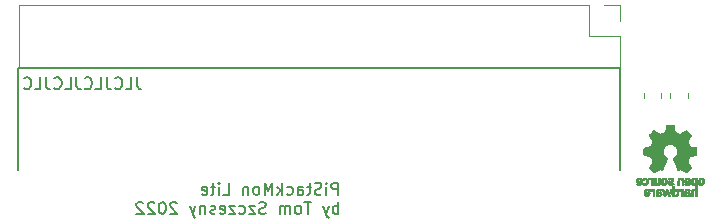
<source format=gbr>
%TF.GenerationSoftware,KiCad,Pcbnew,(6.0.1)*%
%TF.CreationDate,2022-02-13T16:15:42+01:00*%
%TF.ProjectId,PiStackMon_lite,50695374-6163-46b4-9d6f-6e5f6c697465,rev?*%
%TF.SameCoordinates,Original*%
%TF.FileFunction,Legend,Bot*%
%TF.FilePolarity,Positive*%
%FSLAX46Y46*%
G04 Gerber Fmt 4.6, Leading zero omitted, Abs format (unit mm)*
G04 Created by KiCad (PCBNEW (6.0.1)) date 2022-02-13 16:15:42*
%MOMM*%
%LPD*%
G01*
G04 APERTURE LIST*
%ADD10C,0.150000*%
%ADD11C,0.200000*%
%ADD12C,0.160000*%
%ADD13C,0.010000*%
%ADD14C,0.120000*%
G04 APERTURE END LIST*
D10*
X74260000Y-42830000D02*
X74300000Y-34200000D01*
X23300000Y-34200000D02*
X23300000Y-42830000D01*
X74300000Y-34200000D02*
X23300000Y-34200000D01*
D11*
X33369047Y-34952380D02*
X33369047Y-35666666D01*
X33416666Y-35809523D01*
X33511904Y-35904761D01*
X33654761Y-35952380D01*
X33750000Y-35952380D01*
X32416666Y-35952380D02*
X32892857Y-35952380D01*
X32892857Y-34952380D01*
X31511904Y-35857142D02*
X31559523Y-35904761D01*
X31702380Y-35952380D01*
X31797619Y-35952380D01*
X31940476Y-35904761D01*
X32035714Y-35809523D01*
X32083333Y-35714285D01*
X32130952Y-35523809D01*
X32130952Y-35380952D01*
X32083333Y-35190476D01*
X32035714Y-35095238D01*
X31940476Y-35000000D01*
X31797619Y-34952380D01*
X31702380Y-34952380D01*
X31559523Y-35000000D01*
X31511904Y-35047619D01*
X30797619Y-34952380D02*
X30797619Y-35666666D01*
X30845238Y-35809523D01*
X30940476Y-35904761D01*
X31083333Y-35952380D01*
X31178571Y-35952380D01*
X29845238Y-35952380D02*
X30321428Y-35952380D01*
X30321428Y-34952380D01*
X28940476Y-35857142D02*
X28988095Y-35904761D01*
X29130952Y-35952380D01*
X29226190Y-35952380D01*
X29369047Y-35904761D01*
X29464285Y-35809523D01*
X29511904Y-35714285D01*
X29559523Y-35523809D01*
X29559523Y-35380952D01*
X29511904Y-35190476D01*
X29464285Y-35095238D01*
X29369047Y-35000000D01*
X29226190Y-34952380D01*
X29130952Y-34952380D01*
X28988095Y-35000000D01*
X28940476Y-35047619D01*
X28226190Y-34952380D02*
X28226190Y-35666666D01*
X28273809Y-35809523D01*
X28369047Y-35904761D01*
X28511904Y-35952380D01*
X28607142Y-35952380D01*
X27273809Y-35952380D02*
X27750000Y-35952380D01*
X27750000Y-34952380D01*
X26369047Y-35857142D02*
X26416666Y-35904761D01*
X26559523Y-35952380D01*
X26654761Y-35952380D01*
X26797619Y-35904761D01*
X26892857Y-35809523D01*
X26940476Y-35714285D01*
X26988095Y-35523809D01*
X26988095Y-35380952D01*
X26940476Y-35190476D01*
X26892857Y-35095238D01*
X26797619Y-35000000D01*
X26654761Y-34952380D01*
X26559523Y-34952380D01*
X26416666Y-35000000D01*
X26369047Y-35047619D01*
X25654761Y-34952380D02*
X25654761Y-35666666D01*
X25702380Y-35809523D01*
X25797619Y-35904761D01*
X25940476Y-35952380D01*
X26035714Y-35952380D01*
X24702380Y-35952380D02*
X25178571Y-35952380D01*
X25178571Y-34952380D01*
X23797619Y-35857142D02*
X23845238Y-35904761D01*
X23988095Y-35952380D01*
X24083333Y-35952380D01*
X24226190Y-35904761D01*
X24321428Y-35809523D01*
X24369047Y-35714285D01*
X24416666Y-35523809D01*
X24416666Y-35380952D01*
X24369047Y-35190476D01*
X24321428Y-35095238D01*
X24226190Y-35000000D01*
X24083333Y-34952380D01*
X23988095Y-34952380D01*
X23845238Y-35000000D01*
X23797619Y-35047619D01*
D12*
X50407904Y-44897380D02*
X50407904Y-43897380D01*
X50026952Y-43897380D01*
X49931714Y-43945000D01*
X49884095Y-43992619D01*
X49836476Y-44087857D01*
X49836476Y-44230714D01*
X49884095Y-44325952D01*
X49931714Y-44373571D01*
X50026952Y-44421190D01*
X50407904Y-44421190D01*
X49407904Y-44897380D02*
X49407904Y-44230714D01*
X49407904Y-43897380D02*
X49455523Y-43945000D01*
X49407904Y-43992619D01*
X49360285Y-43945000D01*
X49407904Y-43897380D01*
X49407904Y-43992619D01*
X48979333Y-44849761D02*
X48836476Y-44897380D01*
X48598380Y-44897380D01*
X48503142Y-44849761D01*
X48455523Y-44802142D01*
X48407904Y-44706904D01*
X48407904Y-44611666D01*
X48455523Y-44516428D01*
X48503142Y-44468809D01*
X48598380Y-44421190D01*
X48788857Y-44373571D01*
X48884095Y-44325952D01*
X48931714Y-44278333D01*
X48979333Y-44183095D01*
X48979333Y-44087857D01*
X48931714Y-43992619D01*
X48884095Y-43945000D01*
X48788857Y-43897380D01*
X48550761Y-43897380D01*
X48407904Y-43945000D01*
X48122190Y-44230714D02*
X47741238Y-44230714D01*
X47979333Y-43897380D02*
X47979333Y-44754523D01*
X47931714Y-44849761D01*
X47836476Y-44897380D01*
X47741238Y-44897380D01*
X46979333Y-44897380D02*
X46979333Y-44373571D01*
X47026952Y-44278333D01*
X47122190Y-44230714D01*
X47312666Y-44230714D01*
X47407904Y-44278333D01*
X46979333Y-44849761D02*
X47074571Y-44897380D01*
X47312666Y-44897380D01*
X47407904Y-44849761D01*
X47455523Y-44754523D01*
X47455523Y-44659285D01*
X47407904Y-44564047D01*
X47312666Y-44516428D01*
X47074571Y-44516428D01*
X46979333Y-44468809D01*
X46074571Y-44849761D02*
X46169809Y-44897380D01*
X46360285Y-44897380D01*
X46455523Y-44849761D01*
X46503142Y-44802142D01*
X46550761Y-44706904D01*
X46550761Y-44421190D01*
X46503142Y-44325952D01*
X46455523Y-44278333D01*
X46360285Y-44230714D01*
X46169809Y-44230714D01*
X46074571Y-44278333D01*
X45646000Y-44897380D02*
X45646000Y-43897380D01*
X45550761Y-44516428D02*
X45265047Y-44897380D01*
X45265047Y-44230714D02*
X45646000Y-44611666D01*
X44836476Y-44897380D02*
X44836476Y-43897380D01*
X44503142Y-44611666D01*
X44169809Y-43897380D01*
X44169809Y-44897380D01*
X43550761Y-44897380D02*
X43646000Y-44849761D01*
X43693619Y-44802142D01*
X43741238Y-44706904D01*
X43741238Y-44421190D01*
X43693619Y-44325952D01*
X43646000Y-44278333D01*
X43550761Y-44230714D01*
X43407904Y-44230714D01*
X43312666Y-44278333D01*
X43265047Y-44325952D01*
X43217428Y-44421190D01*
X43217428Y-44706904D01*
X43265047Y-44802142D01*
X43312666Y-44849761D01*
X43407904Y-44897380D01*
X43550761Y-44897380D01*
X42788857Y-44230714D02*
X42788857Y-44897380D01*
X42788857Y-44325952D02*
X42741238Y-44278333D01*
X42646000Y-44230714D01*
X42503142Y-44230714D01*
X42407904Y-44278333D01*
X42360285Y-44373571D01*
X42360285Y-44897380D01*
X40646000Y-44897380D02*
X41122190Y-44897380D01*
X41122190Y-43897380D01*
X40312666Y-44897380D02*
X40312666Y-44230714D01*
X40312666Y-43897380D02*
X40360285Y-43945000D01*
X40312666Y-43992619D01*
X40265047Y-43945000D01*
X40312666Y-43897380D01*
X40312666Y-43992619D01*
X39979333Y-44230714D02*
X39598380Y-44230714D01*
X39836476Y-43897380D02*
X39836476Y-44754523D01*
X39788857Y-44849761D01*
X39693619Y-44897380D01*
X39598380Y-44897380D01*
X38884095Y-44849761D02*
X38979333Y-44897380D01*
X39169809Y-44897380D01*
X39265047Y-44849761D01*
X39312666Y-44754523D01*
X39312666Y-44373571D01*
X39265047Y-44278333D01*
X39169809Y-44230714D01*
X38979333Y-44230714D01*
X38884095Y-44278333D01*
X38836476Y-44373571D01*
X38836476Y-44468809D01*
X39312666Y-44564047D01*
X50407904Y-46507380D02*
X50407904Y-45507380D01*
X50407904Y-45888333D02*
X50312666Y-45840714D01*
X50122190Y-45840714D01*
X50026952Y-45888333D01*
X49979333Y-45935952D01*
X49931714Y-46031190D01*
X49931714Y-46316904D01*
X49979333Y-46412142D01*
X50026952Y-46459761D01*
X50122190Y-46507380D01*
X50312666Y-46507380D01*
X50407904Y-46459761D01*
X49598380Y-45840714D02*
X49360285Y-46507380D01*
X49122190Y-45840714D02*
X49360285Y-46507380D01*
X49455523Y-46745476D01*
X49503142Y-46793095D01*
X49598380Y-46840714D01*
X48122190Y-45507380D02*
X47550761Y-45507380D01*
X47836476Y-46507380D02*
X47836476Y-45507380D01*
X47074571Y-46507380D02*
X47169809Y-46459761D01*
X47217428Y-46412142D01*
X47265047Y-46316904D01*
X47265047Y-46031190D01*
X47217428Y-45935952D01*
X47169809Y-45888333D01*
X47074571Y-45840714D01*
X46931714Y-45840714D01*
X46836476Y-45888333D01*
X46788857Y-45935952D01*
X46741238Y-46031190D01*
X46741238Y-46316904D01*
X46788857Y-46412142D01*
X46836476Y-46459761D01*
X46931714Y-46507380D01*
X47074571Y-46507380D01*
X46312666Y-46507380D02*
X46312666Y-45840714D01*
X46312666Y-45935952D02*
X46265047Y-45888333D01*
X46169809Y-45840714D01*
X46026952Y-45840714D01*
X45931714Y-45888333D01*
X45884095Y-45983571D01*
X45884095Y-46507380D01*
X45884095Y-45983571D02*
X45836476Y-45888333D01*
X45741238Y-45840714D01*
X45598380Y-45840714D01*
X45503142Y-45888333D01*
X45455523Y-45983571D01*
X45455523Y-46507380D01*
X44265047Y-46459761D02*
X44122190Y-46507380D01*
X43884095Y-46507380D01*
X43788857Y-46459761D01*
X43741238Y-46412142D01*
X43693619Y-46316904D01*
X43693619Y-46221666D01*
X43741238Y-46126428D01*
X43788857Y-46078809D01*
X43884095Y-46031190D01*
X44074571Y-45983571D01*
X44169809Y-45935952D01*
X44217428Y-45888333D01*
X44265047Y-45793095D01*
X44265047Y-45697857D01*
X44217428Y-45602619D01*
X44169809Y-45555000D01*
X44074571Y-45507380D01*
X43836476Y-45507380D01*
X43693619Y-45555000D01*
X43360285Y-45840714D02*
X42836476Y-45840714D01*
X43360285Y-46507380D01*
X42836476Y-46507380D01*
X42026952Y-46459761D02*
X42122190Y-46507380D01*
X42312666Y-46507380D01*
X42407904Y-46459761D01*
X42455523Y-46412142D01*
X42503142Y-46316904D01*
X42503142Y-46031190D01*
X42455523Y-45935952D01*
X42407904Y-45888333D01*
X42312666Y-45840714D01*
X42122190Y-45840714D01*
X42026952Y-45888333D01*
X41693619Y-45840714D02*
X41169809Y-45840714D01*
X41693619Y-46507380D01*
X41169809Y-46507380D01*
X40407904Y-46459761D02*
X40503142Y-46507380D01*
X40693619Y-46507380D01*
X40788857Y-46459761D01*
X40836476Y-46364523D01*
X40836476Y-45983571D01*
X40788857Y-45888333D01*
X40693619Y-45840714D01*
X40503142Y-45840714D01*
X40407904Y-45888333D01*
X40360285Y-45983571D01*
X40360285Y-46078809D01*
X40836476Y-46174047D01*
X39979333Y-46459761D02*
X39884095Y-46507380D01*
X39693619Y-46507380D01*
X39598380Y-46459761D01*
X39550761Y-46364523D01*
X39550761Y-46316904D01*
X39598380Y-46221666D01*
X39693619Y-46174047D01*
X39836476Y-46174047D01*
X39931714Y-46126428D01*
X39979333Y-46031190D01*
X39979333Y-45983571D01*
X39931714Y-45888333D01*
X39836476Y-45840714D01*
X39693619Y-45840714D01*
X39598380Y-45888333D01*
X39122190Y-45840714D02*
X39122190Y-46507380D01*
X39122190Y-45935952D02*
X39074571Y-45888333D01*
X38979333Y-45840714D01*
X38836476Y-45840714D01*
X38741238Y-45888333D01*
X38693619Y-45983571D01*
X38693619Y-46507380D01*
X38312666Y-45840714D02*
X38074571Y-46507380D01*
X37836476Y-45840714D02*
X38074571Y-46507380D01*
X38169809Y-46745476D01*
X38217428Y-46793095D01*
X38312666Y-46840714D01*
X36741238Y-45602619D02*
X36693619Y-45555000D01*
X36598380Y-45507380D01*
X36360285Y-45507380D01*
X36265047Y-45555000D01*
X36217428Y-45602619D01*
X36169809Y-45697857D01*
X36169809Y-45793095D01*
X36217428Y-45935952D01*
X36788857Y-46507380D01*
X36169809Y-46507380D01*
X35550761Y-45507380D02*
X35455523Y-45507380D01*
X35360285Y-45555000D01*
X35312666Y-45602619D01*
X35265047Y-45697857D01*
X35217428Y-45888333D01*
X35217428Y-46126428D01*
X35265047Y-46316904D01*
X35312666Y-46412142D01*
X35360285Y-46459761D01*
X35455523Y-46507380D01*
X35550761Y-46507380D01*
X35646000Y-46459761D01*
X35693619Y-46412142D01*
X35741238Y-46316904D01*
X35788857Y-46126428D01*
X35788857Y-45888333D01*
X35741238Y-45697857D01*
X35693619Y-45602619D01*
X35646000Y-45555000D01*
X35550761Y-45507380D01*
X34836476Y-45602619D02*
X34788857Y-45555000D01*
X34693619Y-45507380D01*
X34455523Y-45507380D01*
X34360285Y-45555000D01*
X34312666Y-45602619D01*
X34265047Y-45697857D01*
X34265047Y-45793095D01*
X34312666Y-45935952D01*
X34884095Y-46507380D01*
X34265047Y-46507380D01*
X33884095Y-45602619D02*
X33836476Y-45555000D01*
X33741238Y-45507380D01*
X33503142Y-45507380D01*
X33407904Y-45555000D01*
X33360285Y-45602619D01*
X33312666Y-45697857D01*
X33312666Y-45793095D01*
X33360285Y-45935952D01*
X33931714Y-46507380D01*
X33312666Y-46507380D01*
D13*
%TO.C,LOGO1*%
X79254012Y-43469002D02*
X79222717Y-43483950D01*
X79222717Y-43483950D02*
X79192409Y-43505541D01*
X79192409Y-43505541D02*
X79169318Y-43530391D01*
X79169318Y-43530391D02*
X79152500Y-43562087D01*
X79152500Y-43562087D02*
X79141006Y-43604214D01*
X79141006Y-43604214D02*
X79133891Y-43660358D01*
X79133891Y-43660358D02*
X79130207Y-43734106D01*
X79130207Y-43734106D02*
X79129008Y-43829044D01*
X79129008Y-43829044D02*
X79128989Y-43838985D01*
X79128989Y-43838985D02*
X79128713Y-44062179D01*
X79128713Y-44062179D02*
X79267030Y-44062179D01*
X79267030Y-44062179D02*
X79267030Y-43856418D01*
X79267030Y-43856418D02*
X79267128Y-43780189D01*
X79267128Y-43780189D02*
X79267809Y-43724939D01*
X79267809Y-43724939D02*
X79269651Y-43686501D01*
X79269651Y-43686501D02*
X79273233Y-43660706D01*
X79273233Y-43660706D02*
X79279132Y-43643384D01*
X79279132Y-43643384D02*
X79287927Y-43630368D01*
X79287927Y-43630368D02*
X79300180Y-43617507D01*
X79300180Y-43617507D02*
X79343047Y-43589873D01*
X79343047Y-43589873D02*
X79389843Y-43584745D01*
X79389843Y-43584745D02*
X79434424Y-43602217D01*
X79434424Y-43602217D02*
X79449928Y-43615221D01*
X79449928Y-43615221D02*
X79461310Y-43627447D01*
X79461310Y-43627447D02*
X79469481Y-43640540D01*
X79469481Y-43640540D02*
X79474974Y-43658615D01*
X79474974Y-43658615D02*
X79478320Y-43685787D01*
X79478320Y-43685787D02*
X79480051Y-43726170D01*
X79480051Y-43726170D02*
X79480697Y-43783879D01*
X79480697Y-43783879D02*
X79480792Y-43854132D01*
X79480792Y-43854132D02*
X79480792Y-44062179D01*
X79480792Y-44062179D02*
X79619109Y-44062179D01*
X79619109Y-44062179D02*
X79619109Y-43458614D01*
X79619109Y-43458614D02*
X79549950Y-43458614D01*
X79549950Y-43458614D02*
X79508428Y-43460256D01*
X79508428Y-43460256D02*
X79487006Y-43466087D01*
X79487006Y-43466087D02*
X79480795Y-43477461D01*
X79480795Y-43477461D02*
X79480792Y-43477798D01*
X79480792Y-43477798D02*
X79477910Y-43488938D01*
X79477910Y-43488938D02*
X79465199Y-43487674D01*
X79465199Y-43487674D02*
X79439926Y-43475434D01*
X79439926Y-43475434D02*
X79382605Y-43457424D01*
X79382605Y-43457424D02*
X79317037Y-43455421D01*
X79317037Y-43455421D02*
X79254012Y-43469002D01*
X79254012Y-43469002D02*
X79254012Y-43469002D01*
G36*
X79382605Y-43457424D02*
G01*
X79439926Y-43475434D01*
X79465199Y-43487674D01*
X79477910Y-43488938D01*
X79480792Y-43477798D01*
X79480795Y-43477461D01*
X79487006Y-43466087D01*
X79508428Y-43460256D01*
X79549950Y-43458614D01*
X79619109Y-43458614D01*
X79619109Y-44062179D01*
X79480792Y-44062179D01*
X79480792Y-43854132D01*
X79480697Y-43783879D01*
X79480051Y-43726170D01*
X79478320Y-43685787D01*
X79474974Y-43658615D01*
X79469481Y-43640540D01*
X79461310Y-43627447D01*
X79449928Y-43615221D01*
X79434424Y-43602217D01*
X79389843Y-43584745D01*
X79343047Y-43589873D01*
X79300180Y-43617507D01*
X79287927Y-43630368D01*
X79279132Y-43643384D01*
X79273233Y-43660706D01*
X79269651Y-43686501D01*
X79267809Y-43724939D01*
X79267128Y-43780189D01*
X79267030Y-43856418D01*
X79267030Y-44062179D01*
X79128713Y-44062179D01*
X79128989Y-43838985D01*
X79129008Y-43829044D01*
X79130207Y-43734106D01*
X79133891Y-43660358D01*
X79141006Y-43604214D01*
X79152500Y-43562087D01*
X79169318Y-43530391D01*
X79192409Y-43505541D01*
X79222717Y-43483950D01*
X79254012Y-43469002D01*
X79317037Y-43455421D01*
X79382605Y-43457424D01*
G37*
X79382605Y-43457424D02*
X79439926Y-43475434D01*
X79465199Y-43487674D01*
X79477910Y-43488938D01*
X79480792Y-43477798D01*
X79480795Y-43477461D01*
X79487006Y-43466087D01*
X79508428Y-43460256D01*
X79549950Y-43458614D01*
X79619109Y-43458614D01*
X79619109Y-44062179D01*
X79480792Y-44062179D01*
X79480792Y-43854132D01*
X79480697Y-43783879D01*
X79480051Y-43726170D01*
X79478320Y-43685787D01*
X79474974Y-43658615D01*
X79469481Y-43640540D01*
X79461310Y-43627447D01*
X79449928Y-43615221D01*
X79434424Y-43602217D01*
X79389843Y-43584745D01*
X79343047Y-43589873D01*
X79300180Y-43617507D01*
X79287927Y-43630368D01*
X79279132Y-43643384D01*
X79273233Y-43660706D01*
X79269651Y-43686501D01*
X79267809Y-43724939D01*
X79267128Y-43780189D01*
X79267030Y-43856418D01*
X79267030Y-44062179D01*
X79128713Y-44062179D01*
X79128989Y-43838985D01*
X79129008Y-43829044D01*
X79130207Y-43734106D01*
X79133891Y-43660358D01*
X79141006Y-43604214D01*
X79152500Y-43562087D01*
X79169318Y-43530391D01*
X79192409Y-43505541D01*
X79222717Y-43483950D01*
X79254012Y-43469002D01*
X79317037Y-43455421D01*
X79382605Y-43457424D01*
X78218476Y-44404237D02*
X78168745Y-44407971D01*
X78168745Y-44407971D02*
X78038709Y-44797773D01*
X78038709Y-44797773D02*
X78018322Y-44728614D01*
X78018322Y-44728614D02*
X78006054Y-44685874D01*
X78006054Y-44685874D02*
X77989915Y-44628115D01*
X77989915Y-44628115D02*
X77972488Y-44564625D01*
X77972488Y-44564625D02*
X77963274Y-44530570D01*
X77963274Y-44530570D02*
X77928612Y-44401683D01*
X77928612Y-44401683D02*
X77785609Y-44401683D01*
X77785609Y-44401683D02*
X77828354Y-44536857D01*
X77828354Y-44536857D02*
X77849404Y-44603342D01*
X77849404Y-44603342D02*
X77874833Y-44683539D01*
X77874833Y-44683539D02*
X77901390Y-44767193D01*
X77901390Y-44767193D02*
X77925098Y-44841782D01*
X77925098Y-44841782D02*
X77979098Y-45011535D01*
X77979098Y-45011535D02*
X78037402Y-45015328D01*
X78037402Y-45015328D02*
X78095705Y-45019122D01*
X78095705Y-45019122D02*
X78127321Y-44914734D01*
X78127321Y-44914734D02*
X78146818Y-44849889D01*
X78146818Y-44849889D02*
X78168096Y-44778400D01*
X78168096Y-44778400D02*
X78186692Y-44715263D01*
X78186692Y-44715263D02*
X78187426Y-44712750D01*
X78187426Y-44712750D02*
X78201316Y-44669969D01*
X78201316Y-44669969D02*
X78213571Y-44640779D01*
X78213571Y-44640779D02*
X78222154Y-44629741D01*
X78222154Y-44629741D02*
X78223918Y-44631018D01*
X78223918Y-44631018D02*
X78230109Y-44648130D01*
X78230109Y-44648130D02*
X78241872Y-44684787D01*
X78241872Y-44684787D02*
X78257775Y-44736378D01*
X78257775Y-44736378D02*
X78276386Y-44798294D01*
X78276386Y-44798294D02*
X78286457Y-44832352D01*
X78286457Y-44832352D02*
X78340993Y-45017822D01*
X78340993Y-45017822D02*
X78456736Y-45017822D01*
X78456736Y-45017822D02*
X78549263Y-44725471D01*
X78549263Y-44725471D02*
X78575256Y-44643462D01*
X78575256Y-44643462D02*
X78598934Y-44568987D01*
X78598934Y-44568987D02*
X78619180Y-44505544D01*
X78619180Y-44505544D02*
X78634874Y-44456632D01*
X78634874Y-44456632D02*
X78644898Y-44425749D01*
X78644898Y-44425749D02*
X78647945Y-44416726D01*
X78647945Y-44416726D02*
X78645533Y-44407487D01*
X78645533Y-44407487D02*
X78626592Y-44403441D01*
X78626592Y-44403441D02*
X78587177Y-44403846D01*
X78587177Y-44403846D02*
X78581007Y-44404152D01*
X78581007Y-44404152D02*
X78507914Y-44407971D01*
X78507914Y-44407971D02*
X78460043Y-44584010D01*
X78460043Y-44584010D02*
X78442447Y-44648211D01*
X78442447Y-44648211D02*
X78426723Y-44704649D01*
X78426723Y-44704649D02*
X78414254Y-44748422D01*
X78414254Y-44748422D02*
X78406426Y-44774630D01*
X78406426Y-44774630D02*
X78404980Y-44778903D01*
X78404980Y-44778903D02*
X78398986Y-44773990D01*
X78398986Y-44773990D02*
X78386899Y-44748532D01*
X78386899Y-44748532D02*
X78370107Y-44705997D01*
X78370107Y-44705997D02*
X78349997Y-44649850D01*
X78349997Y-44649850D02*
X78332997Y-44599130D01*
X78332997Y-44599130D02*
X78268206Y-44400504D01*
X78268206Y-44400504D02*
X78218476Y-44404237D01*
X78218476Y-44404237D02*
X78218476Y-44404237D01*
G36*
X78332997Y-44599130D02*
G01*
X78349997Y-44649850D01*
X78370107Y-44705997D01*
X78386899Y-44748532D01*
X78398986Y-44773990D01*
X78404980Y-44778903D01*
X78406426Y-44774630D01*
X78414254Y-44748422D01*
X78426723Y-44704649D01*
X78442447Y-44648211D01*
X78460043Y-44584010D01*
X78507914Y-44407971D01*
X78581007Y-44404152D01*
X78587177Y-44403846D01*
X78626592Y-44403441D01*
X78645533Y-44407487D01*
X78647945Y-44416726D01*
X78644898Y-44425749D01*
X78634874Y-44456632D01*
X78619180Y-44505544D01*
X78598934Y-44568987D01*
X78575256Y-44643462D01*
X78549263Y-44725471D01*
X78456736Y-45017822D01*
X78340993Y-45017822D01*
X78286457Y-44832352D01*
X78276386Y-44798294D01*
X78257775Y-44736378D01*
X78241872Y-44684787D01*
X78230109Y-44648130D01*
X78223918Y-44631018D01*
X78222154Y-44629741D01*
X78213571Y-44640779D01*
X78201316Y-44669969D01*
X78187426Y-44712750D01*
X78186692Y-44715263D01*
X78168096Y-44778400D01*
X78146818Y-44849889D01*
X78127321Y-44914734D01*
X78095705Y-45019122D01*
X78037402Y-45015328D01*
X77979098Y-45011535D01*
X77925098Y-44841782D01*
X77901390Y-44767193D01*
X77874833Y-44683539D01*
X77849404Y-44603342D01*
X77828354Y-44536857D01*
X77785609Y-44401683D01*
X77928612Y-44401683D01*
X77963274Y-44530570D01*
X77972488Y-44564625D01*
X77989915Y-44628115D01*
X78006054Y-44685874D01*
X78018322Y-44728614D01*
X78038709Y-44797773D01*
X78168745Y-44407971D01*
X78218476Y-44404237D01*
X78268206Y-44400504D01*
X78332997Y-44599130D01*
G37*
X78332997Y-44599130D02*
X78349997Y-44649850D01*
X78370107Y-44705997D01*
X78386899Y-44748532D01*
X78398986Y-44773990D01*
X78404980Y-44778903D01*
X78406426Y-44774630D01*
X78414254Y-44748422D01*
X78426723Y-44704649D01*
X78442447Y-44648211D01*
X78460043Y-44584010D01*
X78507914Y-44407971D01*
X78581007Y-44404152D01*
X78587177Y-44403846D01*
X78626592Y-44403441D01*
X78645533Y-44407487D01*
X78647945Y-44416726D01*
X78644898Y-44425749D01*
X78634874Y-44456632D01*
X78619180Y-44505544D01*
X78598934Y-44568987D01*
X78575256Y-44643462D01*
X78549263Y-44725471D01*
X78456736Y-45017822D01*
X78340993Y-45017822D01*
X78286457Y-44832352D01*
X78276386Y-44798294D01*
X78257775Y-44736378D01*
X78241872Y-44684787D01*
X78230109Y-44648130D01*
X78223918Y-44631018D01*
X78222154Y-44629741D01*
X78213571Y-44640779D01*
X78201316Y-44669969D01*
X78187426Y-44712750D01*
X78186692Y-44715263D01*
X78168096Y-44778400D01*
X78146818Y-44849889D01*
X78127321Y-44914734D01*
X78095705Y-45019122D01*
X78037402Y-45015328D01*
X77979098Y-45011535D01*
X77925098Y-44841782D01*
X77901390Y-44767193D01*
X77874833Y-44683539D01*
X77849404Y-44603342D01*
X77828354Y-44536857D01*
X77785609Y-44401683D01*
X77928612Y-44401683D01*
X77963274Y-44530570D01*
X77972488Y-44564625D01*
X77989915Y-44628115D01*
X78006054Y-44685874D01*
X78018322Y-44728614D01*
X78038709Y-44797773D01*
X78168745Y-44407971D01*
X78218476Y-44404237D01*
X78268206Y-44400504D01*
X78332997Y-44599130D01*
X79856699Y-43472614D02*
X79844168Y-43478514D01*
X79844168Y-43478514D02*
X79800799Y-43510283D01*
X79800799Y-43510283D02*
X79759790Y-43556646D01*
X79759790Y-43556646D02*
X79729168Y-43607696D01*
X79729168Y-43607696D02*
X79720459Y-43631166D01*
X79720459Y-43631166D02*
X79712512Y-43673091D01*
X79712512Y-43673091D02*
X79707774Y-43723757D01*
X79707774Y-43723757D02*
X79707199Y-43744679D01*
X79707199Y-43744679D02*
X79707129Y-43810693D01*
X79707129Y-43810693D02*
X80087083Y-43810693D01*
X80087083Y-43810693D02*
X80078983Y-43845273D01*
X80078983Y-43845273D02*
X80059104Y-43886170D01*
X80059104Y-43886170D02*
X80024347Y-43921514D01*
X80024347Y-43921514D02*
X79982998Y-43944282D01*
X79982998Y-43944282D02*
X79956649Y-43949010D01*
X79956649Y-43949010D02*
X79920916Y-43943273D01*
X79920916Y-43943273D02*
X79878282Y-43928882D01*
X79878282Y-43928882D02*
X79863799Y-43922262D01*
X79863799Y-43922262D02*
X79810240Y-43895513D01*
X79810240Y-43895513D02*
X79764533Y-43930376D01*
X79764533Y-43930376D02*
X79738158Y-43953955D01*
X79738158Y-43953955D02*
X79724124Y-43973417D01*
X79724124Y-43973417D02*
X79723414Y-43979129D01*
X79723414Y-43979129D02*
X79735951Y-43992973D01*
X79735951Y-43992973D02*
X79763428Y-44014012D01*
X79763428Y-44014012D02*
X79788366Y-44030425D01*
X79788366Y-44030425D02*
X79855664Y-44059930D01*
X79855664Y-44059930D02*
X79931110Y-44073284D01*
X79931110Y-44073284D02*
X80005888Y-44069812D01*
X80005888Y-44069812D02*
X80065495Y-44051663D01*
X80065495Y-44051663D02*
X80126941Y-44012784D01*
X80126941Y-44012784D02*
X80170608Y-43961595D01*
X80170608Y-43961595D02*
X80197926Y-43895367D01*
X80197926Y-43895367D02*
X80210322Y-43811371D01*
X80210322Y-43811371D02*
X80211421Y-43772936D01*
X80211421Y-43772936D02*
X80207022Y-43684861D01*
X80207022Y-43684861D02*
X80206482Y-43682299D01*
X80206482Y-43682299D02*
X80080582Y-43682299D01*
X80080582Y-43682299D02*
X80077115Y-43690558D01*
X80077115Y-43690558D02*
X80062863Y-43695113D01*
X80062863Y-43695113D02*
X80033470Y-43697065D01*
X80033470Y-43697065D02*
X79984575Y-43697517D01*
X79984575Y-43697517D02*
X79965748Y-43697525D01*
X79965748Y-43697525D02*
X79908467Y-43696843D01*
X79908467Y-43696843D02*
X79872141Y-43694364D01*
X79872141Y-43694364D02*
X79852604Y-43689443D01*
X79852604Y-43689443D02*
X79845690Y-43681434D01*
X79845690Y-43681434D02*
X79845445Y-43678862D01*
X79845445Y-43678862D02*
X79853336Y-43658423D01*
X79853336Y-43658423D02*
X79873085Y-43629789D01*
X79873085Y-43629789D02*
X79881575Y-43619763D01*
X79881575Y-43619763D02*
X79913094Y-43591408D01*
X79913094Y-43591408D02*
X79945949Y-43580259D01*
X79945949Y-43580259D02*
X79963651Y-43579327D01*
X79963651Y-43579327D02*
X80011539Y-43590981D01*
X80011539Y-43590981D02*
X80051699Y-43622285D01*
X80051699Y-43622285D02*
X80077173Y-43667752D01*
X80077173Y-43667752D02*
X80077625Y-43669233D01*
X80077625Y-43669233D02*
X80080582Y-43682299D01*
X80080582Y-43682299D02*
X80206482Y-43682299D01*
X80206482Y-43682299D02*
X80192392Y-43615510D01*
X80192392Y-43615510D02*
X80166038Y-43560025D01*
X80166038Y-43560025D02*
X80133807Y-43520639D01*
X80133807Y-43520639D02*
X80074217Y-43477931D01*
X80074217Y-43477931D02*
X80004168Y-43455109D01*
X80004168Y-43455109D02*
X79929661Y-43453046D01*
X79929661Y-43453046D02*
X79856699Y-43472614D01*
X79856699Y-43472614D02*
X79856699Y-43472614D01*
G36*
X80211421Y-43772936D02*
G01*
X80210322Y-43811371D01*
X80197926Y-43895367D01*
X80170608Y-43961595D01*
X80126941Y-44012784D01*
X80065495Y-44051663D01*
X80005888Y-44069812D01*
X79931110Y-44073284D01*
X79855664Y-44059930D01*
X79788366Y-44030425D01*
X79763428Y-44014012D01*
X79735951Y-43992973D01*
X79723414Y-43979129D01*
X79724124Y-43973417D01*
X79738158Y-43953955D01*
X79764533Y-43930376D01*
X79810240Y-43895513D01*
X79863799Y-43922262D01*
X79878282Y-43928882D01*
X79920916Y-43943273D01*
X79956649Y-43949010D01*
X79982998Y-43944282D01*
X80024347Y-43921514D01*
X80059104Y-43886170D01*
X80078983Y-43845273D01*
X80087083Y-43810693D01*
X79707129Y-43810693D01*
X79707199Y-43744679D01*
X79707774Y-43723757D01*
X79711972Y-43678862D01*
X79845445Y-43678862D01*
X79845690Y-43681434D01*
X79852604Y-43689443D01*
X79872141Y-43694364D01*
X79908467Y-43696843D01*
X79965748Y-43697525D01*
X79984575Y-43697517D01*
X80033470Y-43697065D01*
X80062863Y-43695113D01*
X80077115Y-43690558D01*
X80080582Y-43682299D01*
X80077625Y-43669233D01*
X80077173Y-43667752D01*
X80051699Y-43622285D01*
X80011539Y-43590981D01*
X79963651Y-43579327D01*
X79945949Y-43580259D01*
X79913094Y-43591408D01*
X79881575Y-43619763D01*
X79873085Y-43629789D01*
X79853336Y-43658423D01*
X79845445Y-43678862D01*
X79711972Y-43678862D01*
X79712512Y-43673091D01*
X79720459Y-43631166D01*
X79729168Y-43607696D01*
X79759790Y-43556646D01*
X79800799Y-43510283D01*
X79844168Y-43478514D01*
X79856699Y-43472614D01*
X79929661Y-43453046D01*
X80004168Y-43455109D01*
X80074217Y-43477931D01*
X80133807Y-43520639D01*
X80166038Y-43560025D01*
X80192392Y-43615510D01*
X80206482Y-43682299D01*
X80207022Y-43684861D01*
X80211421Y-43772936D01*
G37*
X80211421Y-43772936D02*
X80210322Y-43811371D01*
X80197926Y-43895367D01*
X80170608Y-43961595D01*
X80126941Y-44012784D01*
X80065495Y-44051663D01*
X80005888Y-44069812D01*
X79931110Y-44073284D01*
X79855664Y-44059930D01*
X79788366Y-44030425D01*
X79763428Y-44014012D01*
X79735951Y-43992973D01*
X79723414Y-43979129D01*
X79724124Y-43973417D01*
X79738158Y-43953955D01*
X79764533Y-43930376D01*
X79810240Y-43895513D01*
X79863799Y-43922262D01*
X79878282Y-43928882D01*
X79920916Y-43943273D01*
X79956649Y-43949010D01*
X79982998Y-43944282D01*
X80024347Y-43921514D01*
X80059104Y-43886170D01*
X80078983Y-43845273D01*
X80087083Y-43810693D01*
X79707129Y-43810693D01*
X79707199Y-43744679D01*
X79707774Y-43723757D01*
X79711972Y-43678862D01*
X79845445Y-43678862D01*
X79845690Y-43681434D01*
X79852604Y-43689443D01*
X79872141Y-43694364D01*
X79908467Y-43696843D01*
X79965748Y-43697525D01*
X79984575Y-43697517D01*
X80033470Y-43697065D01*
X80062863Y-43695113D01*
X80077115Y-43690558D01*
X80080582Y-43682299D01*
X80077625Y-43669233D01*
X80077173Y-43667752D01*
X80051699Y-43622285D01*
X80011539Y-43590981D01*
X79963651Y-43579327D01*
X79945949Y-43580259D01*
X79913094Y-43591408D01*
X79881575Y-43619763D01*
X79873085Y-43629789D01*
X79853336Y-43658423D01*
X79845445Y-43678862D01*
X79711972Y-43678862D01*
X79712512Y-43673091D01*
X79720459Y-43631166D01*
X79729168Y-43607696D01*
X79759790Y-43556646D01*
X79800799Y-43510283D01*
X79844168Y-43478514D01*
X79856699Y-43472614D01*
X79929661Y-43453046D01*
X80004168Y-43455109D01*
X80074217Y-43477931D01*
X80133807Y-43520639D01*
X80166038Y-43560025D01*
X80192392Y-43615510D01*
X80206482Y-43682299D01*
X80207022Y-43684861D01*
X80211421Y-43772936D01*
X79884210Y-44406555D02*
X79825055Y-44422339D01*
X79825055Y-44422339D02*
X79780023Y-44450948D01*
X79780023Y-44450948D02*
X79748246Y-44488419D01*
X79748246Y-44488419D02*
X79738366Y-44504411D01*
X79738366Y-44504411D02*
X79731073Y-44521163D01*
X79731073Y-44521163D02*
X79725974Y-44542592D01*
X79725974Y-44542592D02*
X79722679Y-44572616D01*
X79722679Y-44572616D02*
X79720797Y-44615154D01*
X79720797Y-44615154D02*
X79719937Y-44674122D01*
X79719937Y-44674122D02*
X79719707Y-44753440D01*
X79719707Y-44753440D02*
X79719703Y-44774484D01*
X79719703Y-44774484D02*
X79719703Y-45017822D01*
X79719703Y-45017822D02*
X79780059Y-45017822D01*
X79780059Y-45017822D02*
X79818557Y-45015126D01*
X79818557Y-45015126D02*
X79847023Y-45008295D01*
X79847023Y-45008295D02*
X79854155Y-45004083D01*
X79854155Y-45004083D02*
X79873652Y-44996813D01*
X79873652Y-44996813D02*
X79893566Y-45004083D01*
X79893566Y-45004083D02*
X79926353Y-45013160D01*
X79926353Y-45013160D02*
X79973978Y-45016813D01*
X79973978Y-45016813D02*
X80026764Y-45015228D01*
X80026764Y-45015228D02*
X80075036Y-45008589D01*
X80075036Y-45008589D02*
X80103218Y-45000072D01*
X80103218Y-45000072D02*
X80157753Y-44965063D01*
X80157753Y-44965063D02*
X80191835Y-44916479D01*
X80191835Y-44916479D02*
X80207157Y-44851882D01*
X80207157Y-44851882D02*
X80207299Y-44850223D01*
X80207299Y-44850223D02*
X80205955Y-44821566D01*
X80205955Y-44821566D02*
X80084356Y-44821566D01*
X80084356Y-44821566D02*
X80073726Y-44854161D01*
X80073726Y-44854161D02*
X80056410Y-44872505D01*
X80056410Y-44872505D02*
X80021652Y-44886379D01*
X80021652Y-44886379D02*
X79975773Y-44891917D01*
X79975773Y-44891917D02*
X79928988Y-44889191D01*
X79928988Y-44889191D02*
X79891514Y-44878274D01*
X79891514Y-44878274D02*
X79881015Y-44871269D01*
X79881015Y-44871269D02*
X79862668Y-44838904D01*
X79862668Y-44838904D02*
X79858020Y-44802111D01*
X79858020Y-44802111D02*
X79858020Y-44753763D01*
X79858020Y-44753763D02*
X79927582Y-44753763D01*
X79927582Y-44753763D02*
X79993667Y-44758850D01*
X79993667Y-44758850D02*
X80043764Y-44773263D01*
X80043764Y-44773263D02*
X80074929Y-44795729D01*
X80074929Y-44795729D02*
X80084356Y-44821566D01*
X80084356Y-44821566D02*
X80205955Y-44821566D01*
X80205955Y-44821566D02*
X80203987Y-44779647D01*
X80203987Y-44779647D02*
X80180710Y-44723845D01*
X80180710Y-44723845D02*
X80136948Y-44681647D01*
X80136948Y-44681647D02*
X80130899Y-44677808D01*
X80130899Y-44677808D02*
X80104907Y-44665309D01*
X80104907Y-44665309D02*
X80072735Y-44657740D01*
X80072735Y-44657740D02*
X80027760Y-44654061D01*
X80027760Y-44654061D02*
X79974331Y-44653216D01*
X79974331Y-44653216D02*
X79858020Y-44653169D01*
X79858020Y-44653169D02*
X79858020Y-44604411D01*
X79858020Y-44604411D02*
X79862953Y-44566581D01*
X79862953Y-44566581D02*
X79875543Y-44541236D01*
X79875543Y-44541236D02*
X79877017Y-44539887D01*
X79877017Y-44539887D02*
X79905034Y-44528800D01*
X79905034Y-44528800D02*
X79947326Y-44524503D01*
X79947326Y-44524503D02*
X79994064Y-44526615D01*
X79994064Y-44526615D02*
X80035418Y-44534756D01*
X80035418Y-44534756D02*
X80059957Y-44546965D01*
X80059957Y-44546965D02*
X80073253Y-44556746D01*
X80073253Y-44556746D02*
X80087294Y-44558613D01*
X80087294Y-44558613D02*
X80106671Y-44550600D01*
X80106671Y-44550600D02*
X80135976Y-44530739D01*
X80135976Y-44530739D02*
X80179803Y-44497063D01*
X80179803Y-44497063D02*
X80183825Y-44493909D01*
X80183825Y-44493909D02*
X80181764Y-44482236D01*
X80181764Y-44482236D02*
X80164568Y-44462822D01*
X80164568Y-44462822D02*
X80138433Y-44441248D01*
X80138433Y-44441248D02*
X80109552Y-44423096D01*
X80109552Y-44423096D02*
X80100478Y-44418809D01*
X80100478Y-44418809D02*
X80067380Y-44410256D01*
X80067380Y-44410256D02*
X80018880Y-44404155D01*
X80018880Y-44404155D02*
X79964695Y-44401708D01*
X79964695Y-44401708D02*
X79962161Y-44401703D01*
X79962161Y-44401703D02*
X79884210Y-44406555D01*
X79884210Y-44406555D02*
X79884210Y-44406555D01*
G36*
X80207157Y-44851882D02*
G01*
X80191835Y-44916479D01*
X80157753Y-44965063D01*
X80103218Y-45000072D01*
X80075036Y-45008589D01*
X80026764Y-45015228D01*
X79973978Y-45016813D01*
X79926353Y-45013160D01*
X79893566Y-45004083D01*
X79873652Y-44996813D01*
X79854155Y-45004083D01*
X79847023Y-45008295D01*
X79818557Y-45015126D01*
X79780059Y-45017822D01*
X79719703Y-45017822D01*
X79719703Y-44802111D01*
X79858020Y-44802111D01*
X79862668Y-44838904D01*
X79881015Y-44871269D01*
X79891514Y-44878274D01*
X79928988Y-44889191D01*
X79975773Y-44891917D01*
X80021652Y-44886379D01*
X80056410Y-44872505D01*
X80073726Y-44854161D01*
X80084356Y-44821566D01*
X80074929Y-44795729D01*
X80043764Y-44773263D01*
X79993667Y-44758850D01*
X79927582Y-44753763D01*
X79858020Y-44753763D01*
X79858020Y-44802111D01*
X79719703Y-44802111D01*
X79719703Y-44774484D01*
X79719707Y-44753440D01*
X79719937Y-44674122D01*
X79720797Y-44615154D01*
X79722679Y-44572616D01*
X79725974Y-44542592D01*
X79731073Y-44521163D01*
X79738366Y-44504411D01*
X79748246Y-44488419D01*
X79780023Y-44450948D01*
X79825055Y-44422339D01*
X79884210Y-44406555D01*
X79962161Y-44401703D01*
X79964695Y-44401708D01*
X80018880Y-44404155D01*
X80067380Y-44410256D01*
X80100478Y-44418809D01*
X80109552Y-44423096D01*
X80138433Y-44441248D01*
X80164568Y-44462822D01*
X80181764Y-44482236D01*
X80183825Y-44493909D01*
X80179803Y-44497063D01*
X80135976Y-44530739D01*
X80106671Y-44550600D01*
X80087294Y-44558613D01*
X80073253Y-44556746D01*
X80059957Y-44546965D01*
X80035418Y-44534756D01*
X79994064Y-44526615D01*
X79947326Y-44524503D01*
X79905034Y-44528800D01*
X79877017Y-44539887D01*
X79875543Y-44541236D01*
X79862953Y-44566581D01*
X79858020Y-44604411D01*
X79858020Y-44653169D01*
X79974331Y-44653216D01*
X80027760Y-44654061D01*
X80072735Y-44657740D01*
X80104907Y-44665309D01*
X80130899Y-44677808D01*
X80136948Y-44681647D01*
X80180710Y-44723845D01*
X80203987Y-44779647D01*
X80205955Y-44821566D01*
X80207299Y-44850223D01*
X80207157Y-44851882D01*
G37*
X80207157Y-44851882D02*
X80191835Y-44916479D01*
X80157753Y-44965063D01*
X80103218Y-45000072D01*
X80075036Y-45008589D01*
X80026764Y-45015228D01*
X79973978Y-45016813D01*
X79926353Y-45013160D01*
X79893566Y-45004083D01*
X79873652Y-44996813D01*
X79854155Y-45004083D01*
X79847023Y-45008295D01*
X79818557Y-45015126D01*
X79780059Y-45017822D01*
X79719703Y-45017822D01*
X79719703Y-44802111D01*
X79858020Y-44802111D01*
X79862668Y-44838904D01*
X79881015Y-44871269D01*
X79891514Y-44878274D01*
X79928988Y-44889191D01*
X79975773Y-44891917D01*
X80021652Y-44886379D01*
X80056410Y-44872505D01*
X80073726Y-44854161D01*
X80084356Y-44821566D01*
X80074929Y-44795729D01*
X80043764Y-44773263D01*
X79993667Y-44758850D01*
X79927582Y-44753763D01*
X79858020Y-44753763D01*
X79858020Y-44802111D01*
X79719703Y-44802111D01*
X79719703Y-44774484D01*
X79719707Y-44753440D01*
X79719937Y-44674122D01*
X79720797Y-44615154D01*
X79722679Y-44572616D01*
X79725974Y-44542592D01*
X79731073Y-44521163D01*
X79738366Y-44504411D01*
X79748246Y-44488419D01*
X79780023Y-44450948D01*
X79825055Y-44422339D01*
X79884210Y-44406555D01*
X79962161Y-44401703D01*
X79964695Y-44401708D01*
X80018880Y-44404155D01*
X80067380Y-44410256D01*
X80100478Y-44418809D01*
X80109552Y-44423096D01*
X80138433Y-44441248D01*
X80164568Y-44462822D01*
X80181764Y-44482236D01*
X80183825Y-44493909D01*
X80179803Y-44497063D01*
X80135976Y-44530739D01*
X80106671Y-44550600D01*
X80087294Y-44558613D01*
X80073253Y-44556746D01*
X80059957Y-44546965D01*
X80035418Y-44534756D01*
X79994064Y-44526615D01*
X79947326Y-44524503D01*
X79905034Y-44528800D01*
X79877017Y-44539887D01*
X79875543Y-44541236D01*
X79862953Y-44566581D01*
X79858020Y-44604411D01*
X79858020Y-44653169D01*
X79974331Y-44653216D01*
X80027760Y-44654061D01*
X80072735Y-44657740D01*
X80104907Y-44665309D01*
X80130899Y-44677808D01*
X80136948Y-44681647D01*
X80180710Y-44723845D01*
X80203987Y-44779647D01*
X80205955Y-44821566D01*
X80207299Y-44850223D01*
X80207157Y-44851882D01*
X77506633Y-43654342D02*
X77505445Y-43746563D01*
X77505445Y-43746563D02*
X77501103Y-43816610D01*
X77501103Y-43816610D02*
X77492442Y-43867381D01*
X77492442Y-43867381D02*
X77478296Y-43901772D01*
X77478296Y-43901772D02*
X77457500Y-43922679D01*
X77457500Y-43922679D02*
X77428890Y-43933000D01*
X77428890Y-43933000D02*
X77393465Y-43935636D01*
X77393465Y-43935636D02*
X77356364Y-43932682D01*
X77356364Y-43932682D02*
X77328182Y-43921889D01*
X77328182Y-43921889D02*
X77307757Y-43900360D01*
X77307757Y-43900360D02*
X77293921Y-43865199D01*
X77293921Y-43865199D02*
X77285509Y-43813510D01*
X77285509Y-43813510D02*
X77281357Y-43742394D01*
X77281357Y-43742394D02*
X77280297Y-43654342D01*
X77280297Y-43654342D02*
X77280297Y-43458614D01*
X77280297Y-43458614D02*
X77141980Y-43458614D01*
X77141980Y-43458614D02*
X77141980Y-44062179D01*
X77141980Y-44062179D02*
X77211138Y-44062179D01*
X77211138Y-44062179D02*
X77252830Y-44060489D01*
X77252830Y-44060489D02*
X77274299Y-44054556D01*
X77274299Y-44054556D02*
X77280297Y-44043293D01*
X77280297Y-44043293D02*
X77283909Y-44033261D01*
X77283909Y-44033261D02*
X77298286Y-44035383D01*
X77298286Y-44035383D02*
X77327264Y-44049580D01*
X77327264Y-44049580D02*
X77393681Y-44071480D01*
X77393681Y-44071480D02*
X77464125Y-44069928D01*
X77464125Y-44069928D02*
X77531623Y-44046147D01*
X77531623Y-44046147D02*
X77563767Y-44027362D01*
X77563767Y-44027362D02*
X77588285Y-44007022D01*
X77588285Y-44007022D02*
X77606196Y-43981573D01*
X77606196Y-43981573D02*
X77618521Y-43947458D01*
X77618521Y-43947458D02*
X77626277Y-43901121D01*
X77626277Y-43901121D02*
X77630484Y-43839007D01*
X77630484Y-43839007D02*
X77632160Y-43757561D01*
X77632160Y-43757561D02*
X77632376Y-43694578D01*
X77632376Y-43694578D02*
X77632376Y-43458614D01*
X77632376Y-43458614D02*
X77506633Y-43458614D01*
X77506633Y-43458614D02*
X77506633Y-43654342D01*
X77506633Y-43654342D02*
X77506633Y-43654342D01*
G36*
X77280297Y-43654342D02*
G01*
X77281357Y-43742394D01*
X77285509Y-43813510D01*
X77293921Y-43865199D01*
X77307757Y-43900360D01*
X77328182Y-43921889D01*
X77356364Y-43932682D01*
X77393465Y-43935636D01*
X77428890Y-43933000D01*
X77457500Y-43922679D01*
X77478296Y-43901772D01*
X77492442Y-43867381D01*
X77501103Y-43816610D01*
X77505445Y-43746563D01*
X77506633Y-43654342D01*
X77506633Y-43458614D01*
X77632376Y-43458614D01*
X77632376Y-43694578D01*
X77632160Y-43757561D01*
X77630484Y-43839007D01*
X77626277Y-43901121D01*
X77618521Y-43947458D01*
X77606196Y-43981573D01*
X77588285Y-44007022D01*
X77563767Y-44027362D01*
X77531623Y-44046147D01*
X77464125Y-44069928D01*
X77393681Y-44071480D01*
X77327264Y-44049580D01*
X77298286Y-44035383D01*
X77283909Y-44033261D01*
X77280297Y-44043293D01*
X77274299Y-44054556D01*
X77252830Y-44060489D01*
X77211138Y-44062179D01*
X77141980Y-44062179D01*
X77141980Y-43458614D01*
X77280297Y-43458614D01*
X77280297Y-43654342D01*
G37*
X77280297Y-43654342D02*
X77281357Y-43742394D01*
X77285509Y-43813510D01*
X77293921Y-43865199D01*
X77307757Y-43900360D01*
X77328182Y-43921889D01*
X77356364Y-43932682D01*
X77393465Y-43935636D01*
X77428890Y-43933000D01*
X77457500Y-43922679D01*
X77478296Y-43901772D01*
X77492442Y-43867381D01*
X77501103Y-43816610D01*
X77505445Y-43746563D01*
X77506633Y-43654342D01*
X77506633Y-43458614D01*
X77632376Y-43458614D01*
X77632376Y-43694578D01*
X77632160Y-43757561D01*
X77630484Y-43839007D01*
X77626277Y-43901121D01*
X77618521Y-43947458D01*
X77606196Y-43981573D01*
X77588285Y-44007022D01*
X77563767Y-44027362D01*
X77531623Y-44046147D01*
X77464125Y-44069928D01*
X77393681Y-44071480D01*
X77327264Y-44049580D01*
X77298286Y-44035383D01*
X77283909Y-44033261D01*
X77280297Y-44043293D01*
X77274299Y-44054556D01*
X77252830Y-44060489D01*
X77211138Y-44062179D01*
X77141980Y-44062179D01*
X77141980Y-43458614D01*
X77280297Y-43458614D01*
X77280297Y-43654342D01*
X76700540Y-43458030D02*
X76657289Y-43471245D01*
X76657289Y-43471245D02*
X76629442Y-43487941D01*
X76629442Y-43487941D02*
X76620371Y-43501145D01*
X76620371Y-43501145D02*
X76622868Y-43516797D01*
X76622868Y-43516797D02*
X76639069Y-43541385D01*
X76639069Y-43541385D02*
X76652768Y-43558800D01*
X76652768Y-43558800D02*
X76681008Y-43590283D01*
X76681008Y-43590283D02*
X76702225Y-43603529D01*
X76702225Y-43603529D02*
X76720312Y-43602664D01*
X76720312Y-43602664D02*
X76773965Y-43589010D01*
X76773965Y-43589010D02*
X76813370Y-43589630D01*
X76813370Y-43589630D02*
X76845368Y-43605104D01*
X76845368Y-43605104D02*
X76856110Y-43614161D01*
X76856110Y-43614161D02*
X76890495Y-43646027D01*
X76890495Y-43646027D02*
X76890495Y-44062179D01*
X76890495Y-44062179D02*
X77028812Y-44062179D01*
X77028812Y-44062179D02*
X77028812Y-43458614D01*
X77028812Y-43458614D02*
X76959653Y-43458614D01*
X76959653Y-43458614D02*
X76918131Y-43460256D01*
X76918131Y-43460256D02*
X76896709Y-43466087D01*
X76896709Y-43466087D02*
X76890498Y-43477461D01*
X76890498Y-43477461D02*
X76890495Y-43477798D01*
X76890495Y-43477798D02*
X76887561Y-43489713D01*
X76887561Y-43489713D02*
X76874296Y-43488159D01*
X76874296Y-43488159D02*
X76855916Y-43479563D01*
X76855916Y-43479563D02*
X76817954Y-43463568D01*
X76817954Y-43463568D02*
X76787128Y-43453945D01*
X76787128Y-43453945D02*
X76747464Y-43451478D01*
X76747464Y-43451478D02*
X76700540Y-43458030D01*
X76700540Y-43458030D02*
X76700540Y-43458030D01*
G36*
X76787128Y-43453945D02*
G01*
X76817954Y-43463568D01*
X76855916Y-43479563D01*
X76874296Y-43488159D01*
X76887561Y-43489713D01*
X76890495Y-43477798D01*
X76890498Y-43477461D01*
X76896709Y-43466087D01*
X76918131Y-43460256D01*
X76959653Y-43458614D01*
X77028812Y-43458614D01*
X77028812Y-44062179D01*
X76890495Y-44062179D01*
X76890495Y-43646027D01*
X76856110Y-43614161D01*
X76845368Y-43605104D01*
X76813370Y-43589630D01*
X76773965Y-43589010D01*
X76720312Y-43602664D01*
X76702225Y-43603529D01*
X76681008Y-43590283D01*
X76652768Y-43558800D01*
X76639069Y-43541385D01*
X76622868Y-43516797D01*
X76620371Y-43501145D01*
X76629442Y-43487941D01*
X76657289Y-43471245D01*
X76700540Y-43458030D01*
X76747464Y-43451478D01*
X76787128Y-43453945D01*
G37*
X76787128Y-43453945D02*
X76817954Y-43463568D01*
X76855916Y-43479563D01*
X76874296Y-43488159D01*
X76887561Y-43489713D01*
X76890495Y-43477798D01*
X76890498Y-43477461D01*
X76896709Y-43466087D01*
X76918131Y-43460256D01*
X76959653Y-43458614D01*
X77028812Y-43458614D01*
X77028812Y-44062179D01*
X76890495Y-44062179D01*
X76890495Y-43646027D01*
X76856110Y-43614161D01*
X76845368Y-43605104D01*
X76813370Y-43589630D01*
X76773965Y-43589010D01*
X76720312Y-43602664D01*
X76702225Y-43603529D01*
X76681008Y-43590283D01*
X76652768Y-43558800D01*
X76639069Y-43541385D01*
X76622868Y-43516797D01*
X76620371Y-43501145D01*
X76629442Y-43487941D01*
X76657289Y-43471245D01*
X76700540Y-43458030D01*
X76747464Y-43451478D01*
X76787128Y-43453945D01*
X76864745Y-44401486D02*
X76816405Y-44411015D01*
X76816405Y-44411015D02*
X76788886Y-44425125D01*
X76788886Y-44425125D02*
X76759936Y-44448568D01*
X76759936Y-44448568D02*
X76801124Y-44500571D01*
X76801124Y-44500571D02*
X76826518Y-44532064D01*
X76826518Y-44532064D02*
X76843762Y-44547428D01*
X76843762Y-44547428D02*
X76860898Y-44549776D01*
X76860898Y-44549776D02*
X76885973Y-44542217D01*
X76885973Y-44542217D02*
X76897743Y-44537941D01*
X76897743Y-44537941D02*
X76945730Y-44531631D01*
X76945730Y-44531631D02*
X76989676Y-44545156D01*
X76989676Y-44545156D02*
X77021940Y-44575710D01*
X77021940Y-44575710D02*
X77027181Y-44585452D01*
X77027181Y-44585452D02*
X77032888Y-44611258D01*
X77032888Y-44611258D02*
X77037294Y-44658817D01*
X77037294Y-44658817D02*
X77040189Y-44724758D01*
X77040189Y-44724758D02*
X77041369Y-44805710D01*
X77041369Y-44805710D02*
X77041386Y-44817226D01*
X77041386Y-44817226D02*
X77041386Y-45017822D01*
X77041386Y-45017822D02*
X77179703Y-45017822D01*
X77179703Y-45017822D02*
X77179703Y-44401683D01*
X77179703Y-44401683D02*
X77110544Y-44401683D01*
X77110544Y-44401683D02*
X77070667Y-44402725D01*
X77070667Y-44402725D02*
X77049893Y-44407358D01*
X77049893Y-44407358D02*
X77042211Y-44417849D01*
X77042211Y-44417849D02*
X77041386Y-44427745D01*
X77041386Y-44427745D02*
X77041386Y-44453806D01*
X77041386Y-44453806D02*
X77008255Y-44427745D01*
X77008255Y-44427745D02*
X76970265Y-44409965D01*
X76970265Y-44409965D02*
X76919230Y-44401174D01*
X76919230Y-44401174D02*
X76864745Y-44401486D01*
X76864745Y-44401486D02*
X76864745Y-44401486D01*
G36*
X76970265Y-44409965D02*
G01*
X77008255Y-44427745D01*
X77041386Y-44453806D01*
X77041386Y-44427745D01*
X77042211Y-44417849D01*
X77049893Y-44407358D01*
X77070667Y-44402725D01*
X77110544Y-44401683D01*
X77179703Y-44401683D01*
X77179703Y-45017822D01*
X77041386Y-45017822D01*
X77041386Y-44817226D01*
X77041369Y-44805710D01*
X77040189Y-44724758D01*
X77037294Y-44658817D01*
X77032888Y-44611258D01*
X77027181Y-44585452D01*
X77021940Y-44575710D01*
X76989676Y-44545156D01*
X76945730Y-44531631D01*
X76897743Y-44537941D01*
X76885973Y-44542217D01*
X76860898Y-44549776D01*
X76843762Y-44547428D01*
X76826518Y-44532064D01*
X76801124Y-44500571D01*
X76759936Y-44448568D01*
X76788886Y-44425125D01*
X76816405Y-44411015D01*
X76864745Y-44401486D01*
X76919230Y-44401174D01*
X76970265Y-44409965D01*
G37*
X76970265Y-44409965D02*
X77008255Y-44427745D01*
X77041386Y-44453806D01*
X77041386Y-44427745D01*
X77042211Y-44417849D01*
X77049893Y-44407358D01*
X77070667Y-44402725D01*
X77110544Y-44401683D01*
X77179703Y-44401683D01*
X77179703Y-45017822D01*
X77041386Y-45017822D01*
X77041386Y-44817226D01*
X77041369Y-44805710D01*
X77040189Y-44724758D01*
X77037294Y-44658817D01*
X77032888Y-44611258D01*
X77027181Y-44585452D01*
X77021940Y-44575710D01*
X76989676Y-44545156D01*
X76945730Y-44531631D01*
X76897743Y-44537941D01*
X76885973Y-44542217D01*
X76860898Y-44549776D01*
X76843762Y-44547428D01*
X76826518Y-44532064D01*
X76801124Y-44500571D01*
X76759936Y-44448568D01*
X76788886Y-44425125D01*
X76816405Y-44411015D01*
X76864745Y-44401486D01*
X76919230Y-44401174D01*
X76970265Y-44409965D01*
X78701188Y-45017822D02*
X78770346Y-45017822D01*
X78770346Y-45017822D02*
X78810488Y-45016645D01*
X78810488Y-45016645D02*
X78831394Y-45011772D01*
X78831394Y-45011772D02*
X78838922Y-45001186D01*
X78838922Y-45001186D02*
X78839505Y-44994029D01*
X78839505Y-44994029D02*
X78840774Y-44979676D01*
X78840774Y-44979676D02*
X78848779Y-44976923D01*
X78848779Y-44976923D02*
X78869815Y-44985771D01*
X78869815Y-44985771D02*
X78886173Y-44994029D01*
X78886173Y-44994029D02*
X78948977Y-45013597D01*
X78948977Y-45013597D02*
X79017248Y-45014729D01*
X79017248Y-45014729D02*
X79072752Y-45000135D01*
X79072752Y-45000135D02*
X79124438Y-44964877D01*
X79124438Y-44964877D02*
X79163838Y-44912835D01*
X79163838Y-44912835D02*
X79185413Y-44851450D01*
X79185413Y-44851450D02*
X79185962Y-44848018D01*
X79185962Y-44848018D02*
X79189167Y-44810571D01*
X79189167Y-44810571D02*
X79190761Y-44756813D01*
X79190761Y-44756813D02*
X79190633Y-44716155D01*
X79190633Y-44716155D02*
X79053279Y-44716155D01*
X79053279Y-44716155D02*
X79050097Y-44770194D01*
X79050097Y-44770194D02*
X79042859Y-44814735D01*
X79042859Y-44814735D02*
X79033060Y-44839888D01*
X79033060Y-44839888D02*
X78995989Y-44874260D01*
X78995989Y-44874260D02*
X78951974Y-44886582D01*
X78951974Y-44886582D02*
X78906584Y-44876618D01*
X78906584Y-44876618D02*
X78867797Y-44846895D01*
X78867797Y-44846895D02*
X78853108Y-44826905D01*
X78853108Y-44826905D02*
X78844519Y-44803050D01*
X78844519Y-44803050D02*
X78840496Y-44768230D01*
X78840496Y-44768230D02*
X78839505Y-44715930D01*
X78839505Y-44715930D02*
X78841278Y-44664139D01*
X78841278Y-44664139D02*
X78845963Y-44618634D01*
X78845963Y-44618634D02*
X78852603Y-44588181D01*
X78852603Y-44588181D02*
X78853710Y-44585452D01*
X78853710Y-44585452D02*
X78880491Y-44553000D01*
X78880491Y-44553000D02*
X78919579Y-44535183D01*
X78919579Y-44535183D02*
X78963315Y-44532306D01*
X78963315Y-44532306D02*
X79004038Y-44544674D01*
X79004038Y-44544674D02*
X79034087Y-44572593D01*
X79034087Y-44572593D02*
X79037204Y-44578148D01*
X79037204Y-44578148D02*
X79046961Y-44612022D01*
X79046961Y-44612022D02*
X79052277Y-44660728D01*
X79052277Y-44660728D02*
X79053279Y-44716155D01*
X79053279Y-44716155D02*
X79190633Y-44716155D01*
X79190633Y-44716155D02*
X79190568Y-44695540D01*
X79190568Y-44695540D02*
X79189664Y-44662563D01*
X79189664Y-44662563D02*
X79183514Y-44580981D01*
X79183514Y-44580981D02*
X79170733Y-44519730D01*
X79170733Y-44519730D02*
X79149471Y-44474449D01*
X79149471Y-44474449D02*
X79117878Y-44440779D01*
X79117878Y-44440779D02*
X79087207Y-44421014D01*
X79087207Y-44421014D02*
X79044354Y-44407120D01*
X79044354Y-44407120D02*
X78991056Y-44402354D01*
X78991056Y-44402354D02*
X78936480Y-44406236D01*
X78936480Y-44406236D02*
X78889792Y-44418282D01*
X78889792Y-44418282D02*
X78865124Y-44432693D01*
X78865124Y-44432693D02*
X78839505Y-44455878D01*
X78839505Y-44455878D02*
X78839505Y-44162773D01*
X78839505Y-44162773D02*
X78701188Y-44162773D01*
X78701188Y-44162773D02*
X78701188Y-45017822D01*
X78701188Y-45017822D02*
X78701188Y-45017822D01*
G36*
X79189167Y-44810571D02*
G01*
X79185962Y-44848018D01*
X79185413Y-44851450D01*
X79163838Y-44912835D01*
X79124438Y-44964877D01*
X79072752Y-45000135D01*
X79017248Y-45014729D01*
X78948977Y-45013597D01*
X78886173Y-44994029D01*
X78869815Y-44985771D01*
X78848779Y-44976923D01*
X78840774Y-44979676D01*
X78839505Y-44994029D01*
X78838922Y-45001186D01*
X78831394Y-45011772D01*
X78810488Y-45016645D01*
X78770346Y-45017822D01*
X78701188Y-45017822D01*
X78701188Y-44715930D01*
X78839505Y-44715930D01*
X78840496Y-44768230D01*
X78844519Y-44803050D01*
X78853108Y-44826905D01*
X78867797Y-44846895D01*
X78906584Y-44876618D01*
X78951974Y-44886582D01*
X78995989Y-44874260D01*
X79033060Y-44839888D01*
X79042859Y-44814735D01*
X79050097Y-44770194D01*
X79053279Y-44716155D01*
X79052277Y-44660728D01*
X79046961Y-44612022D01*
X79037204Y-44578148D01*
X79034087Y-44572593D01*
X79004038Y-44544674D01*
X78963315Y-44532306D01*
X78919579Y-44535183D01*
X78880491Y-44553000D01*
X78853710Y-44585452D01*
X78852603Y-44588181D01*
X78845963Y-44618634D01*
X78841278Y-44664139D01*
X78839505Y-44715930D01*
X78701188Y-44715930D01*
X78701188Y-44162773D01*
X78839505Y-44162773D01*
X78839505Y-44455878D01*
X78865124Y-44432693D01*
X78889792Y-44418282D01*
X78936480Y-44406236D01*
X78991056Y-44402354D01*
X79044354Y-44407120D01*
X79087207Y-44421014D01*
X79117878Y-44440779D01*
X79149471Y-44474449D01*
X79170733Y-44519730D01*
X79183514Y-44580981D01*
X79189664Y-44662563D01*
X79190568Y-44695540D01*
X79190633Y-44716155D01*
X79190761Y-44756813D01*
X79189167Y-44810571D01*
G37*
X79189167Y-44810571D02*
X79185962Y-44848018D01*
X79185413Y-44851450D01*
X79163838Y-44912835D01*
X79124438Y-44964877D01*
X79072752Y-45000135D01*
X79017248Y-45014729D01*
X78948977Y-45013597D01*
X78886173Y-44994029D01*
X78869815Y-44985771D01*
X78848779Y-44976923D01*
X78840774Y-44979676D01*
X78839505Y-44994029D01*
X78838922Y-45001186D01*
X78831394Y-45011772D01*
X78810488Y-45016645D01*
X78770346Y-45017822D01*
X78701188Y-45017822D01*
X78701188Y-44715930D01*
X78839505Y-44715930D01*
X78840496Y-44768230D01*
X78844519Y-44803050D01*
X78853108Y-44826905D01*
X78867797Y-44846895D01*
X78906584Y-44876618D01*
X78951974Y-44886582D01*
X78995989Y-44874260D01*
X79033060Y-44839888D01*
X79042859Y-44814735D01*
X79050097Y-44770194D01*
X79053279Y-44716155D01*
X79052277Y-44660728D01*
X79046961Y-44612022D01*
X79037204Y-44578148D01*
X79034087Y-44572593D01*
X79004038Y-44544674D01*
X78963315Y-44532306D01*
X78919579Y-44535183D01*
X78880491Y-44553000D01*
X78853710Y-44585452D01*
X78852603Y-44588181D01*
X78845963Y-44618634D01*
X78841278Y-44664139D01*
X78839505Y-44715930D01*
X78701188Y-44715930D01*
X78701188Y-44162773D01*
X78839505Y-44162773D01*
X78839505Y-44455878D01*
X78865124Y-44432693D01*
X78889792Y-44418282D01*
X78936480Y-44406236D01*
X78991056Y-44402354D01*
X79044354Y-44407120D01*
X79087207Y-44421014D01*
X79117878Y-44440779D01*
X79149471Y-44474449D01*
X79170733Y-44519730D01*
X79183514Y-44580981D01*
X79189664Y-44662563D01*
X79190568Y-44695540D01*
X79190633Y-44716155D01*
X79190761Y-44756813D01*
X79189167Y-44810571D01*
X75822102Y-43456457D02*
X75789904Y-43464279D01*
X75789904Y-43464279D02*
X75728175Y-43492921D01*
X75728175Y-43492921D02*
X75675390Y-43536667D01*
X75675390Y-43536667D02*
X75638859Y-43589117D01*
X75638859Y-43589117D02*
X75633840Y-43600893D01*
X75633840Y-43600893D02*
X75626955Y-43631740D01*
X75626955Y-43631740D02*
X75622136Y-43677371D01*
X75622136Y-43677371D02*
X75620495Y-43723492D01*
X75620495Y-43723492D02*
X75620495Y-43810693D01*
X75620495Y-43810693D02*
X75802822Y-43810693D01*
X75802822Y-43810693D02*
X75878021Y-43810978D01*
X75878021Y-43810978D02*
X75930997Y-43812704D01*
X75930997Y-43812704D02*
X75964675Y-43817181D01*
X75964675Y-43817181D02*
X75981980Y-43825720D01*
X75981980Y-43825720D02*
X75985837Y-43839630D01*
X75985837Y-43839630D02*
X75979171Y-43860222D01*
X75979171Y-43860222D02*
X75967230Y-43884315D01*
X75967230Y-43884315D02*
X75933920Y-43924525D01*
X75933920Y-43924525D02*
X75887632Y-43944558D01*
X75887632Y-43944558D02*
X75831056Y-43943905D01*
X75831056Y-43943905D02*
X75766969Y-43922101D01*
X75766969Y-43922101D02*
X75711583Y-43895193D01*
X75711583Y-43895193D02*
X75665625Y-43931532D01*
X75665625Y-43931532D02*
X75619667Y-43967872D01*
X75619667Y-43967872D02*
X75662904Y-44007819D01*
X75662904Y-44007819D02*
X75720626Y-44045563D01*
X75720626Y-44045563D02*
X75791614Y-44068320D01*
X75791614Y-44068320D02*
X75867971Y-44074688D01*
X75867971Y-44074688D02*
X75941801Y-44063268D01*
X75941801Y-44063268D02*
X75953713Y-44059393D01*
X75953713Y-44059393D02*
X76018601Y-44025506D01*
X76018601Y-44025506D02*
X76066870Y-43974986D01*
X76066870Y-43974986D02*
X76099535Y-43906325D01*
X76099535Y-43906325D02*
X76117615Y-43818014D01*
X76117615Y-43818014D02*
X76117825Y-43816121D01*
X76117825Y-43816121D02*
X76119444Y-43719878D01*
X76119444Y-43719878D02*
X76112900Y-43685542D01*
X76112900Y-43685542D02*
X75985148Y-43685542D01*
X75985148Y-43685542D02*
X75973416Y-43690822D01*
X75973416Y-43690822D02*
X75941562Y-43694867D01*
X75941562Y-43694867D02*
X75894603Y-43697176D01*
X75894603Y-43697176D02*
X75864846Y-43697525D01*
X75864846Y-43697525D02*
X75809352Y-43697306D01*
X75809352Y-43697306D02*
X75774654Y-43695916D01*
X75774654Y-43695916D02*
X75756399Y-43692251D01*
X75756399Y-43692251D02*
X75750234Y-43685210D01*
X75750234Y-43685210D02*
X75751805Y-43673690D01*
X75751805Y-43673690D02*
X75753122Y-43669233D01*
X75753122Y-43669233D02*
X75775618Y-43627355D01*
X75775618Y-43627355D02*
X75810997Y-43593604D01*
X75810997Y-43593604D02*
X75842220Y-43578773D01*
X75842220Y-43578773D02*
X75883699Y-43579668D01*
X75883699Y-43579668D02*
X75925731Y-43598164D01*
X75925731Y-43598164D02*
X75960988Y-43628786D01*
X75960988Y-43628786D02*
X75982146Y-43666062D01*
X75982146Y-43666062D02*
X75985148Y-43685542D01*
X75985148Y-43685542D02*
X76112900Y-43685542D01*
X76112900Y-43685542D02*
X76103310Y-43635229D01*
X76103310Y-43635229D02*
X76071302Y-43564191D01*
X76071302Y-43564191D02*
X76025299Y-43508779D01*
X76025299Y-43508779D02*
X75967179Y-43471009D01*
X75967179Y-43471009D02*
X75898820Y-43452896D01*
X75898820Y-43452896D02*
X75822102Y-43456457D01*
X75822102Y-43456457D02*
X75822102Y-43456457D01*
G36*
X76117825Y-43816121D02*
G01*
X76117615Y-43818014D01*
X76099535Y-43906325D01*
X76066870Y-43974986D01*
X76018601Y-44025506D01*
X75953713Y-44059393D01*
X75941801Y-44063268D01*
X75867971Y-44074688D01*
X75791614Y-44068320D01*
X75720626Y-44045563D01*
X75662904Y-44007819D01*
X75619667Y-43967872D01*
X75665625Y-43931532D01*
X75711583Y-43895193D01*
X75766969Y-43922101D01*
X75831056Y-43943905D01*
X75887632Y-43944558D01*
X75933920Y-43924525D01*
X75967230Y-43884315D01*
X75979171Y-43860222D01*
X75985837Y-43839630D01*
X75981980Y-43825720D01*
X75964675Y-43817181D01*
X75930997Y-43812704D01*
X75878021Y-43810978D01*
X75802822Y-43810693D01*
X75620495Y-43810693D01*
X75620495Y-43723492D01*
X75621857Y-43685210D01*
X75750234Y-43685210D01*
X75756399Y-43692251D01*
X75774654Y-43695916D01*
X75809352Y-43697306D01*
X75864846Y-43697525D01*
X75894603Y-43697176D01*
X75941562Y-43694867D01*
X75973416Y-43690822D01*
X75985148Y-43685542D01*
X75982146Y-43666062D01*
X75960988Y-43628786D01*
X75925731Y-43598164D01*
X75883699Y-43579668D01*
X75842220Y-43578773D01*
X75810997Y-43593604D01*
X75775618Y-43627355D01*
X75753122Y-43669233D01*
X75751805Y-43673690D01*
X75750234Y-43685210D01*
X75621857Y-43685210D01*
X75622136Y-43677371D01*
X75626955Y-43631740D01*
X75633840Y-43600893D01*
X75638859Y-43589117D01*
X75675390Y-43536667D01*
X75728175Y-43492921D01*
X75789904Y-43464279D01*
X75822102Y-43456457D01*
X75898820Y-43452896D01*
X75967179Y-43471009D01*
X76025299Y-43508779D01*
X76071302Y-43564191D01*
X76103310Y-43635229D01*
X76112900Y-43685542D01*
X76119444Y-43719878D01*
X76117825Y-43816121D01*
G37*
X76117825Y-43816121D02*
X76117615Y-43818014D01*
X76099535Y-43906325D01*
X76066870Y-43974986D01*
X76018601Y-44025506D01*
X75953713Y-44059393D01*
X75941801Y-44063268D01*
X75867971Y-44074688D01*
X75791614Y-44068320D01*
X75720626Y-44045563D01*
X75662904Y-44007819D01*
X75619667Y-43967872D01*
X75665625Y-43931532D01*
X75711583Y-43895193D01*
X75766969Y-43922101D01*
X75831056Y-43943905D01*
X75887632Y-43944558D01*
X75933920Y-43924525D01*
X75967230Y-43884315D01*
X75979171Y-43860222D01*
X75985837Y-43839630D01*
X75981980Y-43825720D01*
X75964675Y-43817181D01*
X75930997Y-43812704D01*
X75878021Y-43810978D01*
X75802822Y-43810693D01*
X75620495Y-43810693D01*
X75620495Y-43723492D01*
X75621857Y-43685210D01*
X75750234Y-43685210D01*
X75756399Y-43692251D01*
X75774654Y-43695916D01*
X75809352Y-43697306D01*
X75864846Y-43697525D01*
X75894603Y-43697176D01*
X75941562Y-43694867D01*
X75973416Y-43690822D01*
X75985148Y-43685542D01*
X75982146Y-43666062D01*
X75960988Y-43628786D01*
X75925731Y-43598164D01*
X75883699Y-43579668D01*
X75842220Y-43578773D01*
X75810997Y-43593604D01*
X75775618Y-43627355D01*
X75753122Y-43669233D01*
X75751805Y-43673690D01*
X75750234Y-43685210D01*
X75621857Y-43685210D01*
X75622136Y-43677371D01*
X75626955Y-43631740D01*
X75633840Y-43600893D01*
X75638859Y-43589117D01*
X75675390Y-43536667D01*
X75728175Y-43492921D01*
X75789904Y-43464279D01*
X75822102Y-43456457D01*
X75898820Y-43452896D01*
X75967179Y-43471009D01*
X76025299Y-43508779D01*
X76071302Y-43564191D01*
X76103310Y-43635229D01*
X76112900Y-43685542D01*
X76119444Y-43719878D01*
X76117825Y-43816121D01*
X78485983Y-43456452D02*
X78438366Y-43465482D01*
X78438366Y-43465482D02*
X78388966Y-43484370D01*
X78388966Y-43484370D02*
X78383688Y-43486777D01*
X78383688Y-43486777D02*
X78346226Y-43506476D01*
X78346226Y-43506476D02*
X78320283Y-43524781D01*
X78320283Y-43524781D02*
X78311897Y-43536508D01*
X78311897Y-43536508D02*
X78319883Y-43555632D01*
X78319883Y-43555632D02*
X78339280Y-43583850D01*
X78339280Y-43583850D02*
X78347890Y-43594384D01*
X78347890Y-43594384D02*
X78383372Y-43635847D01*
X78383372Y-43635847D02*
X78429115Y-43608858D01*
X78429115Y-43608858D02*
X78472650Y-43590878D01*
X78472650Y-43590878D02*
X78522950Y-43581267D01*
X78522950Y-43581267D02*
X78571188Y-43580660D01*
X78571188Y-43580660D02*
X78608533Y-43589691D01*
X78608533Y-43589691D02*
X78617495Y-43595327D01*
X78617495Y-43595327D02*
X78634563Y-43621171D01*
X78634563Y-43621171D02*
X78636637Y-43650941D01*
X78636637Y-43650941D02*
X78623866Y-43674197D01*
X78623866Y-43674197D02*
X78616312Y-43678708D01*
X78616312Y-43678708D02*
X78593675Y-43684309D01*
X78593675Y-43684309D02*
X78553885Y-43690892D01*
X78553885Y-43690892D02*
X78504834Y-43697183D01*
X78504834Y-43697183D02*
X78495785Y-43698170D01*
X78495785Y-43698170D02*
X78417004Y-43711798D01*
X78417004Y-43711798D02*
X78359864Y-43734946D01*
X78359864Y-43734946D02*
X78321970Y-43769752D01*
X78321970Y-43769752D02*
X78300921Y-43818354D01*
X78300921Y-43818354D02*
X78294365Y-43877718D01*
X78294365Y-43877718D02*
X78303423Y-43945198D01*
X78303423Y-43945198D02*
X78332836Y-43998188D01*
X78332836Y-43998188D02*
X78382722Y-44036783D01*
X78382722Y-44036783D02*
X78453200Y-44061081D01*
X78453200Y-44061081D02*
X78531435Y-44070667D01*
X78531435Y-44070667D02*
X78595234Y-44070552D01*
X78595234Y-44070552D02*
X78646984Y-44061845D01*
X78646984Y-44061845D02*
X78682327Y-44049825D01*
X78682327Y-44049825D02*
X78726983Y-44028880D01*
X78726983Y-44028880D02*
X78768253Y-44004574D01*
X78768253Y-44004574D02*
X78782921Y-43993876D01*
X78782921Y-43993876D02*
X78820643Y-43963084D01*
X78820643Y-43963084D02*
X78775148Y-43917049D01*
X78775148Y-43917049D02*
X78729653Y-43871013D01*
X78729653Y-43871013D02*
X78677928Y-43905243D01*
X78677928Y-43905243D02*
X78626048Y-43930952D01*
X78626048Y-43930952D02*
X78570649Y-43944399D01*
X78570649Y-43944399D02*
X78517395Y-43945818D01*
X78517395Y-43945818D02*
X78471951Y-43935443D01*
X78471951Y-43935443D02*
X78439984Y-43913507D01*
X78439984Y-43913507D02*
X78429662Y-43894998D01*
X78429662Y-43894998D02*
X78431211Y-43865314D01*
X78431211Y-43865314D02*
X78456860Y-43842615D01*
X78456860Y-43842615D02*
X78506540Y-43826940D01*
X78506540Y-43826940D02*
X78560969Y-43819695D01*
X78560969Y-43819695D02*
X78644736Y-43805873D01*
X78644736Y-43805873D02*
X78706967Y-43779796D01*
X78706967Y-43779796D02*
X78748493Y-43740699D01*
X78748493Y-43740699D02*
X78770147Y-43687820D01*
X78770147Y-43687820D02*
X78773147Y-43625126D01*
X78773147Y-43625126D02*
X78758329Y-43559642D01*
X78758329Y-43559642D02*
X78724546Y-43510144D01*
X78724546Y-43510144D02*
X78671495Y-43476408D01*
X78671495Y-43476408D02*
X78598874Y-43458207D01*
X78598874Y-43458207D02*
X78545072Y-43454639D01*
X78545072Y-43454639D02*
X78485983Y-43456452D01*
X78485983Y-43456452D02*
X78485983Y-43456452D01*
G36*
X78598874Y-43458207D02*
G01*
X78671495Y-43476408D01*
X78724546Y-43510144D01*
X78758329Y-43559642D01*
X78773147Y-43625126D01*
X78770147Y-43687820D01*
X78748493Y-43740699D01*
X78706967Y-43779796D01*
X78644736Y-43805873D01*
X78560969Y-43819695D01*
X78506540Y-43826940D01*
X78456860Y-43842615D01*
X78431211Y-43865314D01*
X78429662Y-43894998D01*
X78439984Y-43913507D01*
X78471951Y-43935443D01*
X78517395Y-43945818D01*
X78570649Y-43944399D01*
X78626048Y-43930952D01*
X78677928Y-43905243D01*
X78729653Y-43871013D01*
X78775148Y-43917049D01*
X78820643Y-43963084D01*
X78782921Y-43993876D01*
X78768253Y-44004574D01*
X78726983Y-44028880D01*
X78682327Y-44049825D01*
X78646984Y-44061845D01*
X78595234Y-44070552D01*
X78531435Y-44070667D01*
X78453200Y-44061081D01*
X78382722Y-44036783D01*
X78332836Y-43998188D01*
X78303423Y-43945198D01*
X78294365Y-43877718D01*
X78300921Y-43818354D01*
X78321970Y-43769752D01*
X78359864Y-43734946D01*
X78417004Y-43711798D01*
X78495785Y-43698170D01*
X78504834Y-43697183D01*
X78553885Y-43690892D01*
X78593675Y-43684309D01*
X78616312Y-43678708D01*
X78623866Y-43674197D01*
X78636637Y-43650941D01*
X78634563Y-43621171D01*
X78617495Y-43595327D01*
X78608533Y-43589691D01*
X78571188Y-43580660D01*
X78522950Y-43581267D01*
X78472650Y-43590878D01*
X78429115Y-43608858D01*
X78383372Y-43635847D01*
X78347890Y-43594384D01*
X78339280Y-43583850D01*
X78319883Y-43555632D01*
X78311897Y-43536508D01*
X78320283Y-43524781D01*
X78346226Y-43506476D01*
X78383688Y-43486777D01*
X78388966Y-43484370D01*
X78438366Y-43465482D01*
X78485983Y-43456452D01*
X78545072Y-43454639D01*
X78598874Y-43458207D01*
G37*
X78598874Y-43458207D02*
X78671495Y-43476408D01*
X78724546Y-43510144D01*
X78758329Y-43559642D01*
X78773147Y-43625126D01*
X78770147Y-43687820D01*
X78748493Y-43740699D01*
X78706967Y-43779796D01*
X78644736Y-43805873D01*
X78560969Y-43819695D01*
X78506540Y-43826940D01*
X78456860Y-43842615D01*
X78431211Y-43865314D01*
X78429662Y-43894998D01*
X78439984Y-43913507D01*
X78471951Y-43935443D01*
X78517395Y-43945818D01*
X78570649Y-43944399D01*
X78626048Y-43930952D01*
X78677928Y-43905243D01*
X78729653Y-43871013D01*
X78775148Y-43917049D01*
X78820643Y-43963084D01*
X78782921Y-43993876D01*
X78768253Y-44004574D01*
X78726983Y-44028880D01*
X78682327Y-44049825D01*
X78646984Y-44061845D01*
X78595234Y-44070552D01*
X78531435Y-44070667D01*
X78453200Y-44061081D01*
X78382722Y-44036783D01*
X78332836Y-43998188D01*
X78303423Y-43945198D01*
X78294365Y-43877718D01*
X78300921Y-43818354D01*
X78321970Y-43769752D01*
X78359864Y-43734946D01*
X78417004Y-43711798D01*
X78495785Y-43698170D01*
X78504834Y-43697183D01*
X78553885Y-43690892D01*
X78593675Y-43684309D01*
X78616312Y-43678708D01*
X78623866Y-43674197D01*
X78636637Y-43650941D01*
X78634563Y-43621171D01*
X78617495Y-43595327D01*
X78608533Y-43589691D01*
X78571188Y-43580660D01*
X78522950Y-43581267D01*
X78472650Y-43590878D01*
X78429115Y-43608858D01*
X78383372Y-43635847D01*
X78347890Y-43594384D01*
X78339280Y-43583850D01*
X78319883Y-43555632D01*
X78311897Y-43536508D01*
X78320283Y-43524781D01*
X78346226Y-43506476D01*
X78383688Y-43486777D01*
X78388966Y-43484370D01*
X78438366Y-43465482D01*
X78485983Y-43456452D01*
X78545072Y-43454639D01*
X78598874Y-43458207D01*
X77461589Y-44405417D02*
X77408589Y-44418290D01*
X77408589Y-44418290D02*
X77393269Y-44425110D01*
X77393269Y-44425110D02*
X77363572Y-44442974D01*
X77363572Y-44442974D02*
X77340780Y-44463093D01*
X77340780Y-44463093D02*
X77323917Y-44488962D01*
X77323917Y-44488962D02*
X77312002Y-44524073D01*
X77312002Y-44524073D02*
X77304058Y-44571920D01*
X77304058Y-44571920D02*
X77299106Y-44635996D01*
X77299106Y-44635996D02*
X77296169Y-44719794D01*
X77296169Y-44719794D02*
X77295053Y-44775768D01*
X77295053Y-44775768D02*
X77290948Y-45017822D01*
X77290948Y-45017822D02*
X77361068Y-45017822D01*
X77361068Y-45017822D02*
X77403607Y-45016038D01*
X77403607Y-45016038D02*
X77425524Y-45009942D01*
X77425524Y-45009942D02*
X77431188Y-44999706D01*
X77431188Y-44999706D02*
X77434179Y-44988637D01*
X77434179Y-44988637D02*
X77447549Y-44990754D01*
X77447549Y-44990754D02*
X77465767Y-44999629D01*
X77465767Y-44999629D02*
X77511376Y-45013233D01*
X77511376Y-45013233D02*
X77569993Y-45016899D01*
X77569993Y-45016899D02*
X77631646Y-45010903D01*
X77631646Y-45010903D02*
X77686362Y-44995521D01*
X77686362Y-44995521D02*
X77691270Y-44993386D01*
X77691270Y-44993386D02*
X77741277Y-44958255D01*
X77741277Y-44958255D02*
X77774244Y-44909419D01*
X77774244Y-44909419D02*
X77789413Y-44852333D01*
X77789413Y-44852333D02*
X77788254Y-44831824D01*
X77788254Y-44831824D02*
X77664492Y-44831824D01*
X77664492Y-44831824D02*
X77653587Y-44859425D01*
X77653587Y-44859425D02*
X77621255Y-44879204D01*
X77621255Y-44879204D02*
X77569090Y-44889819D01*
X77569090Y-44889819D02*
X77541213Y-44891228D01*
X77541213Y-44891228D02*
X77494753Y-44887620D01*
X77494753Y-44887620D02*
X77463871Y-44873597D01*
X77463871Y-44873597D02*
X77456336Y-44866931D01*
X77456336Y-44866931D02*
X77435924Y-44830666D01*
X77435924Y-44830666D02*
X77431188Y-44797773D01*
X77431188Y-44797773D02*
X77431188Y-44753763D01*
X77431188Y-44753763D02*
X77492487Y-44753763D01*
X77492487Y-44753763D02*
X77563744Y-44757395D01*
X77563744Y-44757395D02*
X77613724Y-44768818D01*
X77613724Y-44768818D02*
X77645304Y-44788824D01*
X77645304Y-44788824D02*
X77652374Y-44797743D01*
X77652374Y-44797743D02*
X77664492Y-44831824D01*
X77664492Y-44831824D02*
X77788254Y-44831824D01*
X77788254Y-44831824D02*
X77786029Y-44792456D01*
X77786029Y-44792456D02*
X77763337Y-44735244D01*
X77763337Y-44735244D02*
X77732376Y-44696580D01*
X77732376Y-44696580D02*
X77713624Y-44679864D01*
X77713624Y-44679864D02*
X77695267Y-44668878D01*
X77695267Y-44668878D02*
X77671381Y-44662180D01*
X77671381Y-44662180D02*
X77636043Y-44658326D01*
X77636043Y-44658326D02*
X77583331Y-44655873D01*
X77583331Y-44655873D02*
X77562423Y-44655168D01*
X77562423Y-44655168D02*
X77431188Y-44650879D01*
X77431188Y-44650879D02*
X77431380Y-44611158D01*
X77431380Y-44611158D02*
X77436463Y-44569405D01*
X77436463Y-44569405D02*
X77454838Y-44544158D01*
X77454838Y-44544158D02*
X77491961Y-44528030D01*
X77491961Y-44528030D02*
X77492957Y-44527742D01*
X77492957Y-44527742D02*
X77545590Y-44521400D01*
X77545590Y-44521400D02*
X77597094Y-44529684D01*
X77597094Y-44529684D02*
X77635370Y-44549827D01*
X77635370Y-44549827D02*
X77650728Y-44559773D01*
X77650728Y-44559773D02*
X77667270Y-44558397D01*
X77667270Y-44558397D02*
X77692725Y-44543987D01*
X77692725Y-44543987D02*
X77707672Y-44533817D01*
X77707672Y-44533817D02*
X77736909Y-44512088D01*
X77736909Y-44512088D02*
X77755020Y-44495800D01*
X77755020Y-44495800D02*
X77757926Y-44491137D01*
X77757926Y-44491137D02*
X77745960Y-44467005D01*
X77745960Y-44467005D02*
X77710604Y-44438185D01*
X77710604Y-44438185D02*
X77695247Y-44428461D01*
X77695247Y-44428461D02*
X77651099Y-44411714D01*
X77651099Y-44411714D02*
X77591602Y-44402227D01*
X77591602Y-44402227D02*
X77525513Y-44400095D01*
X77525513Y-44400095D02*
X77461589Y-44405417D01*
X77461589Y-44405417D02*
X77461589Y-44405417D01*
G36*
X77774244Y-44909419D02*
G01*
X77741277Y-44958255D01*
X77691270Y-44993386D01*
X77686362Y-44995521D01*
X77631646Y-45010903D01*
X77569993Y-45016899D01*
X77511376Y-45013233D01*
X77465767Y-44999629D01*
X77447549Y-44990754D01*
X77434179Y-44988637D01*
X77431188Y-44999706D01*
X77425524Y-45009942D01*
X77403607Y-45016038D01*
X77361068Y-45017822D01*
X77290948Y-45017822D01*
X77294680Y-44797773D01*
X77431188Y-44797773D01*
X77435924Y-44830666D01*
X77456336Y-44866931D01*
X77463871Y-44873597D01*
X77494753Y-44887620D01*
X77541213Y-44891228D01*
X77569090Y-44889819D01*
X77621255Y-44879204D01*
X77653587Y-44859425D01*
X77664492Y-44831824D01*
X77652374Y-44797743D01*
X77645304Y-44788824D01*
X77613724Y-44768818D01*
X77563744Y-44757395D01*
X77492487Y-44753763D01*
X77431188Y-44753763D01*
X77431188Y-44797773D01*
X77294680Y-44797773D01*
X77295053Y-44775768D01*
X77296169Y-44719794D01*
X77299106Y-44635996D01*
X77304058Y-44571920D01*
X77312002Y-44524073D01*
X77323917Y-44488962D01*
X77340780Y-44463093D01*
X77363572Y-44442974D01*
X77393269Y-44425110D01*
X77408589Y-44418290D01*
X77461589Y-44405417D01*
X77525513Y-44400095D01*
X77591602Y-44402227D01*
X77651099Y-44411714D01*
X77695247Y-44428461D01*
X77710604Y-44438185D01*
X77745960Y-44467005D01*
X77757926Y-44491137D01*
X77755020Y-44495800D01*
X77736909Y-44512088D01*
X77707672Y-44533817D01*
X77692725Y-44543987D01*
X77667270Y-44558397D01*
X77650728Y-44559773D01*
X77635370Y-44549827D01*
X77597094Y-44529684D01*
X77545590Y-44521400D01*
X77492957Y-44527742D01*
X77491961Y-44528030D01*
X77454838Y-44544158D01*
X77436463Y-44569405D01*
X77431380Y-44611158D01*
X77431188Y-44650879D01*
X77562423Y-44655168D01*
X77583331Y-44655873D01*
X77636043Y-44658326D01*
X77671381Y-44662180D01*
X77695267Y-44668878D01*
X77713624Y-44679864D01*
X77732376Y-44696580D01*
X77763337Y-44735244D01*
X77786029Y-44792456D01*
X77788254Y-44831824D01*
X77789413Y-44852333D01*
X77774244Y-44909419D01*
G37*
X77774244Y-44909419D02*
X77741277Y-44958255D01*
X77691270Y-44993386D01*
X77686362Y-44995521D01*
X77631646Y-45010903D01*
X77569993Y-45016899D01*
X77511376Y-45013233D01*
X77465767Y-44999629D01*
X77447549Y-44990754D01*
X77434179Y-44988637D01*
X77431188Y-44999706D01*
X77425524Y-45009942D01*
X77403607Y-45016038D01*
X77361068Y-45017822D01*
X77290948Y-45017822D01*
X77294680Y-44797773D01*
X77431188Y-44797773D01*
X77435924Y-44830666D01*
X77456336Y-44866931D01*
X77463871Y-44873597D01*
X77494753Y-44887620D01*
X77541213Y-44891228D01*
X77569090Y-44889819D01*
X77621255Y-44879204D01*
X77653587Y-44859425D01*
X77664492Y-44831824D01*
X77652374Y-44797743D01*
X77645304Y-44788824D01*
X77613724Y-44768818D01*
X77563744Y-44757395D01*
X77492487Y-44753763D01*
X77431188Y-44753763D01*
X77431188Y-44797773D01*
X77294680Y-44797773D01*
X77295053Y-44775768D01*
X77296169Y-44719794D01*
X77299106Y-44635996D01*
X77304058Y-44571920D01*
X77312002Y-44524073D01*
X77323917Y-44488962D01*
X77340780Y-44463093D01*
X77363572Y-44442974D01*
X77393269Y-44425110D01*
X77408589Y-44418290D01*
X77461589Y-44405417D01*
X77525513Y-44400095D01*
X77591602Y-44402227D01*
X77651099Y-44411714D01*
X77695247Y-44428461D01*
X77710604Y-44438185D01*
X77745960Y-44467005D01*
X77757926Y-44491137D01*
X77755020Y-44495800D01*
X77736909Y-44512088D01*
X77707672Y-44533817D01*
X77692725Y-44543987D01*
X77667270Y-44558397D01*
X77650728Y-44559773D01*
X77635370Y-44549827D01*
X77597094Y-44529684D01*
X77545590Y-44521400D01*
X77492957Y-44527742D01*
X77491961Y-44528030D01*
X77454838Y-44544158D01*
X77436463Y-44569405D01*
X77431380Y-44611158D01*
X77431188Y-44650879D01*
X77562423Y-44655168D01*
X77583331Y-44655873D01*
X77636043Y-44658326D01*
X77671381Y-44662180D01*
X77695267Y-44668878D01*
X77713624Y-44679864D01*
X77732376Y-44696580D01*
X77763337Y-44735244D01*
X77786029Y-44792456D01*
X77788254Y-44831824D01*
X77789413Y-44852333D01*
X77774244Y-44909419D01*
X78123036Y-39290018D02*
X78066188Y-39591570D01*
X78066188Y-39591570D02*
X77646662Y-39764512D01*
X77646662Y-39764512D02*
X77395016Y-39593395D01*
X77395016Y-39593395D02*
X77324542Y-39545750D01*
X77324542Y-39545750D02*
X77260837Y-39503210D01*
X77260837Y-39503210D02*
X77206874Y-39467715D01*
X77206874Y-39467715D02*
X77165627Y-39441210D01*
X77165627Y-39441210D02*
X77140066Y-39425636D01*
X77140066Y-39425636D02*
X77133105Y-39422278D01*
X77133105Y-39422278D02*
X77120565Y-39430914D01*
X77120565Y-39430914D02*
X77093769Y-39454792D01*
X77093769Y-39454792D02*
X77055720Y-39490859D01*
X77055720Y-39490859D02*
X77009421Y-39536067D01*
X77009421Y-39536067D02*
X76957877Y-39587364D01*
X76957877Y-39587364D02*
X76904091Y-39641701D01*
X76904091Y-39641701D02*
X76851065Y-39696028D01*
X76851065Y-39696028D02*
X76801805Y-39747295D01*
X76801805Y-39747295D02*
X76759313Y-39792451D01*
X76759313Y-39792451D02*
X76726593Y-39828446D01*
X76726593Y-39828446D02*
X76706649Y-39852230D01*
X76706649Y-39852230D02*
X76701881Y-39860190D01*
X76701881Y-39860190D02*
X76708743Y-39874865D01*
X76708743Y-39874865D02*
X76727980Y-39907014D01*
X76727980Y-39907014D02*
X76757570Y-39953492D01*
X76757570Y-39953492D02*
X76795490Y-40011156D01*
X76795490Y-40011156D02*
X76839718Y-40076860D01*
X76839718Y-40076860D02*
X76865346Y-40114336D01*
X76865346Y-40114336D02*
X76912059Y-40182768D01*
X76912059Y-40182768D02*
X76953568Y-40244520D01*
X76953568Y-40244520D02*
X76987860Y-40296519D01*
X76987860Y-40296519D02*
X77012920Y-40335692D01*
X77012920Y-40335692D02*
X77026736Y-40358965D01*
X77026736Y-40358965D02*
X77028812Y-40363855D01*
X77028812Y-40363855D02*
X77024105Y-40377755D01*
X77024105Y-40377755D02*
X77011277Y-40410150D01*
X77011277Y-40410150D02*
X76992262Y-40456485D01*
X76992262Y-40456485D02*
X76968997Y-40512206D01*
X76968997Y-40512206D02*
X76943416Y-40572758D01*
X76943416Y-40572758D02*
X76917455Y-40633586D01*
X76917455Y-40633586D02*
X76893050Y-40690136D01*
X76893050Y-40690136D02*
X76872137Y-40737852D01*
X76872137Y-40737852D02*
X76856651Y-40772181D01*
X76856651Y-40772181D02*
X76848528Y-40788568D01*
X76848528Y-40788568D02*
X76848048Y-40789212D01*
X76848048Y-40789212D02*
X76835293Y-40792341D01*
X76835293Y-40792341D02*
X76801323Y-40799321D01*
X76801323Y-40799321D02*
X76749660Y-40809467D01*
X76749660Y-40809467D02*
X76683824Y-40822092D01*
X76683824Y-40822092D02*
X76607336Y-40836509D01*
X76607336Y-40836509D02*
X76562710Y-40844823D01*
X76562710Y-40844823D02*
X76480979Y-40860384D01*
X76480979Y-40860384D02*
X76407157Y-40875192D01*
X76407157Y-40875192D02*
X76344979Y-40888436D01*
X76344979Y-40888436D02*
X76298178Y-40899305D01*
X76298178Y-40899305D02*
X76270491Y-40906989D01*
X76270491Y-40906989D02*
X76264926Y-40909427D01*
X76264926Y-40909427D02*
X76259474Y-40925930D01*
X76259474Y-40925930D02*
X76255076Y-40963200D01*
X76255076Y-40963200D02*
X76251728Y-41016880D01*
X76251728Y-41016880D02*
X76249426Y-41082612D01*
X76249426Y-41082612D02*
X76248168Y-41156037D01*
X76248168Y-41156037D02*
X76247952Y-41232796D01*
X76247952Y-41232796D02*
X76248773Y-41308532D01*
X76248773Y-41308532D02*
X76250629Y-41378886D01*
X76250629Y-41378886D02*
X76253518Y-41439500D01*
X76253518Y-41439500D02*
X76257435Y-41486016D01*
X76257435Y-41486016D02*
X76262378Y-41514075D01*
X76262378Y-41514075D02*
X76265343Y-41519916D01*
X76265343Y-41519916D02*
X76283066Y-41526917D01*
X76283066Y-41526917D02*
X76320619Y-41536927D01*
X76320619Y-41536927D02*
X76373036Y-41548769D01*
X76373036Y-41548769D02*
X76435348Y-41561267D01*
X76435348Y-41561267D02*
X76457100Y-41565310D01*
X76457100Y-41565310D02*
X76561976Y-41584520D01*
X76561976Y-41584520D02*
X76644820Y-41599991D01*
X76644820Y-41599991D02*
X76708370Y-41612337D01*
X76708370Y-41612337D02*
X76755363Y-41622173D01*
X76755363Y-41622173D02*
X76788537Y-41630114D01*
X76788537Y-41630114D02*
X76810629Y-41636776D01*
X76810629Y-41636776D02*
X76824376Y-41642773D01*
X76824376Y-41642773D02*
X76832516Y-41648719D01*
X76832516Y-41648719D02*
X76833655Y-41649894D01*
X76833655Y-41649894D02*
X76845023Y-41668826D01*
X76845023Y-41668826D02*
X76862365Y-41705669D01*
X76862365Y-41705669D02*
X76883950Y-41755913D01*
X76883950Y-41755913D02*
X76908046Y-41815046D01*
X76908046Y-41815046D02*
X76932921Y-41878556D01*
X76932921Y-41878556D02*
X76956843Y-41941932D01*
X76956843Y-41941932D02*
X76978081Y-42000662D01*
X76978081Y-42000662D02*
X76994903Y-42050235D01*
X76994903Y-42050235D02*
X77005578Y-42086139D01*
X77005578Y-42086139D02*
X77008373Y-42103862D01*
X77008373Y-42103862D02*
X77008140Y-42104483D01*
X77008140Y-42104483D02*
X76998669Y-42118970D01*
X76998669Y-42118970D02*
X76977182Y-42150844D01*
X76977182Y-42150844D02*
X76945937Y-42196789D01*
X76945937Y-42196789D02*
X76907193Y-42253485D01*
X76907193Y-42253485D02*
X76863207Y-42317617D01*
X76863207Y-42317617D02*
X76850681Y-42335842D01*
X76850681Y-42335842D02*
X76806016Y-42401914D01*
X76806016Y-42401914D02*
X76766712Y-42462200D01*
X76766712Y-42462200D02*
X76734912Y-42513235D01*
X76734912Y-42513235D02*
X76712755Y-42551560D01*
X76712755Y-42551560D02*
X76702383Y-42573711D01*
X76702383Y-42573711D02*
X76701881Y-42576432D01*
X76701881Y-42576432D02*
X76710595Y-42590736D01*
X76710595Y-42590736D02*
X76734675Y-42619072D01*
X76734675Y-42619072D02*
X76771024Y-42658396D01*
X76771024Y-42658396D02*
X76816547Y-42705661D01*
X76816547Y-42705661D02*
X76868148Y-42757823D01*
X76868148Y-42757823D02*
X76922733Y-42811835D01*
X76922733Y-42811835D02*
X76977206Y-42864653D01*
X76977206Y-42864653D02*
X77028471Y-42913231D01*
X77028471Y-42913231D02*
X77073433Y-42954523D01*
X77073433Y-42954523D02*
X77108996Y-42985485D01*
X77108996Y-42985485D02*
X77132065Y-43003070D01*
X77132065Y-43003070D02*
X77138446Y-43005941D01*
X77138446Y-43005941D02*
X77153301Y-42999178D01*
X77153301Y-42999178D02*
X77183714Y-42980939D01*
X77183714Y-42980939D02*
X77224732Y-42954297D01*
X77224732Y-42954297D02*
X77256291Y-42932852D01*
X77256291Y-42932852D02*
X77313475Y-42893503D01*
X77313475Y-42893503D02*
X77381194Y-42847171D01*
X77381194Y-42847171D02*
X77449120Y-42800913D01*
X77449120Y-42800913D02*
X77485639Y-42776155D01*
X77485639Y-42776155D02*
X77609248Y-42692547D01*
X77609248Y-42692547D02*
X77713009Y-42748650D01*
X77713009Y-42748650D02*
X77760280Y-42773228D01*
X77760280Y-42773228D02*
X77800477Y-42792331D01*
X77800477Y-42792331D02*
X77827674Y-42803227D01*
X77827674Y-42803227D02*
X77834598Y-42804743D01*
X77834598Y-42804743D02*
X77842923Y-42793549D01*
X77842923Y-42793549D02*
X77859346Y-42761917D01*
X77859346Y-42761917D02*
X77882643Y-42712765D01*
X77882643Y-42712765D02*
X77911586Y-42649010D01*
X77911586Y-42649010D02*
X77944950Y-42573571D01*
X77944950Y-42573571D02*
X77981509Y-42489364D01*
X77981509Y-42489364D02*
X78020036Y-42399308D01*
X78020036Y-42399308D02*
X78059306Y-42306321D01*
X78059306Y-42306321D02*
X78098092Y-42213320D01*
X78098092Y-42213320D02*
X78135170Y-42123223D01*
X78135170Y-42123223D02*
X78169311Y-42038948D01*
X78169311Y-42038948D02*
X78199292Y-41963413D01*
X78199292Y-41963413D02*
X78223884Y-41899534D01*
X78223884Y-41899534D02*
X78241864Y-41850231D01*
X78241864Y-41850231D02*
X78252003Y-41818421D01*
X78252003Y-41818421D02*
X78253634Y-41807496D01*
X78253634Y-41807496D02*
X78240709Y-41793561D01*
X78240709Y-41793561D02*
X78212411Y-41770940D01*
X78212411Y-41770940D02*
X78174654Y-41744333D01*
X78174654Y-41744333D02*
X78171485Y-41742228D01*
X78171485Y-41742228D02*
X78073900Y-41664114D01*
X78073900Y-41664114D02*
X77995214Y-41572982D01*
X77995214Y-41572982D02*
X77936109Y-41471745D01*
X77936109Y-41471745D02*
X77897268Y-41363318D01*
X77897268Y-41363318D02*
X77879372Y-41250614D01*
X77879372Y-41250614D02*
X77883103Y-41136548D01*
X77883103Y-41136548D02*
X77909143Y-41024034D01*
X77909143Y-41024034D02*
X77958175Y-40915985D01*
X77958175Y-40915985D02*
X77972600Y-40892345D01*
X77972600Y-40892345D02*
X78047631Y-40796887D01*
X78047631Y-40796887D02*
X78136270Y-40720232D01*
X78136270Y-40720232D02*
X78235451Y-40662780D01*
X78235451Y-40662780D02*
X78342105Y-40624929D01*
X78342105Y-40624929D02*
X78453164Y-40607078D01*
X78453164Y-40607078D02*
X78565561Y-40609625D01*
X78565561Y-40609625D02*
X78676227Y-40632970D01*
X78676227Y-40632970D02*
X78782094Y-40677510D01*
X78782094Y-40677510D02*
X78880095Y-40743645D01*
X78880095Y-40743645D02*
X78910410Y-40770487D01*
X78910410Y-40770487D02*
X78987562Y-40854512D01*
X78987562Y-40854512D02*
X79043782Y-40942966D01*
X79043782Y-40942966D02*
X79082347Y-41042115D01*
X79082347Y-41042115D02*
X79103826Y-41140303D01*
X79103826Y-41140303D02*
X79109128Y-41250697D01*
X79109128Y-41250697D02*
X79091448Y-41361640D01*
X79091448Y-41361640D02*
X79052581Y-41469381D01*
X79052581Y-41469381D02*
X78994323Y-41570169D01*
X78994323Y-41570169D02*
X78918469Y-41660256D01*
X78918469Y-41660256D02*
X78826817Y-41735892D01*
X78826817Y-41735892D02*
X78814772Y-41743864D01*
X78814772Y-41743864D02*
X78776611Y-41769974D01*
X78776611Y-41769974D02*
X78747601Y-41792595D01*
X78747601Y-41792595D02*
X78733732Y-41807039D01*
X78733732Y-41807039D02*
X78733531Y-41807496D01*
X78733531Y-41807496D02*
X78736508Y-41823121D01*
X78736508Y-41823121D02*
X78748311Y-41858582D01*
X78748311Y-41858582D02*
X78767714Y-41910962D01*
X78767714Y-41910962D02*
X78793488Y-41977345D01*
X78793488Y-41977345D02*
X78824409Y-42054814D01*
X78824409Y-42054814D02*
X78859249Y-42140450D01*
X78859249Y-42140450D02*
X78896783Y-42231337D01*
X78896783Y-42231337D02*
X78935783Y-42324559D01*
X78935783Y-42324559D02*
X78975023Y-42417197D01*
X78975023Y-42417197D02*
X79013276Y-42506335D01*
X79013276Y-42506335D02*
X79049317Y-42589055D01*
X79049317Y-42589055D02*
X79081917Y-42662441D01*
X79081917Y-42662441D02*
X79109852Y-42723575D01*
X79109852Y-42723575D02*
X79131895Y-42769541D01*
X79131895Y-42769541D02*
X79146818Y-42797421D01*
X79146818Y-42797421D02*
X79152828Y-42804743D01*
X79152828Y-42804743D02*
X79171191Y-42799041D01*
X79171191Y-42799041D02*
X79205552Y-42783749D01*
X79205552Y-42783749D02*
X79249984Y-42761599D01*
X79249984Y-42761599D02*
X79274417Y-42748650D01*
X79274417Y-42748650D02*
X79378178Y-42692547D01*
X79378178Y-42692547D02*
X79501787Y-42776155D01*
X79501787Y-42776155D02*
X79564886Y-42818987D01*
X79564886Y-42818987D02*
X79633970Y-42866122D01*
X79633970Y-42866122D02*
X79698707Y-42910503D01*
X79698707Y-42910503D02*
X79731134Y-42932852D01*
X79731134Y-42932852D02*
X79776741Y-42963477D01*
X79776741Y-42963477D02*
X79815360Y-42987747D01*
X79815360Y-42987747D02*
X79841952Y-43002587D01*
X79841952Y-43002587D02*
X79850590Y-43005724D01*
X79850590Y-43005724D02*
X79863161Y-42997261D01*
X79863161Y-42997261D02*
X79890984Y-42973636D01*
X79890984Y-42973636D02*
X79931361Y-42937302D01*
X79931361Y-42937302D02*
X79981595Y-42890711D01*
X79981595Y-42890711D02*
X80038988Y-42836317D01*
X80038988Y-42836317D02*
X80075286Y-42801392D01*
X80075286Y-42801392D02*
X80138790Y-42738996D01*
X80138790Y-42738996D02*
X80193673Y-42683188D01*
X80193673Y-42683188D02*
X80237714Y-42636354D01*
X80237714Y-42636354D02*
X80268695Y-42600882D01*
X80268695Y-42600882D02*
X80284398Y-42579161D01*
X80284398Y-42579161D02*
X80285905Y-42574752D01*
X80285905Y-42574752D02*
X80278914Y-42557985D01*
X80278914Y-42557985D02*
X80259594Y-42524082D01*
X80259594Y-42524082D02*
X80230091Y-42476476D01*
X80230091Y-42476476D02*
X80192545Y-42418599D01*
X80192545Y-42418599D02*
X80149100Y-42353884D01*
X80149100Y-42353884D02*
X80136745Y-42335842D01*
X80136745Y-42335842D02*
X80091727Y-42270267D01*
X80091727Y-42270267D02*
X80051340Y-42211228D01*
X80051340Y-42211228D02*
X80017840Y-42162042D01*
X80017840Y-42162042D02*
X79993486Y-42126028D01*
X79993486Y-42126028D02*
X79980536Y-42106502D01*
X79980536Y-42106502D02*
X79979285Y-42104483D01*
X79979285Y-42104483D02*
X79981156Y-42088922D01*
X79981156Y-42088922D02*
X79991087Y-42054709D01*
X79991087Y-42054709D02*
X80007347Y-42006355D01*
X80007347Y-42006355D02*
X80028205Y-41948371D01*
X80028205Y-41948371D02*
X80051927Y-41885270D01*
X80051927Y-41885270D02*
X80076784Y-41821563D01*
X80076784Y-41821563D02*
X80101042Y-41761761D01*
X80101042Y-41761761D02*
X80122971Y-41710376D01*
X80122971Y-41710376D02*
X80140838Y-41671919D01*
X80140838Y-41671919D02*
X80152913Y-41650902D01*
X80152913Y-41650902D02*
X80153771Y-41649894D01*
X80153771Y-41649894D02*
X80161154Y-41643888D01*
X80161154Y-41643888D02*
X80173625Y-41637948D01*
X80173625Y-41637948D02*
X80193920Y-41631460D01*
X80193920Y-41631460D02*
X80224778Y-41623809D01*
X80224778Y-41623809D02*
X80268934Y-41614380D01*
X80268934Y-41614380D02*
X80329126Y-41602559D01*
X80329126Y-41602559D02*
X80408093Y-41587729D01*
X80408093Y-41587729D02*
X80508570Y-41569277D01*
X80508570Y-41569277D02*
X80530325Y-41565310D01*
X80530325Y-41565310D02*
X80594802Y-41552853D01*
X80594802Y-41552853D02*
X80651011Y-41540666D01*
X80651011Y-41540666D02*
X80693987Y-41529926D01*
X80693987Y-41529926D02*
X80718760Y-41521809D01*
X80718760Y-41521809D02*
X80722082Y-41519916D01*
X80722082Y-41519916D02*
X80727556Y-41503138D01*
X80727556Y-41503138D02*
X80732006Y-41465645D01*
X80732006Y-41465645D02*
X80735428Y-41411794D01*
X80735428Y-41411794D02*
X80737819Y-41345944D01*
X80737819Y-41345944D02*
X80739177Y-41272453D01*
X80739177Y-41272453D02*
X80739499Y-41195680D01*
X80739499Y-41195680D02*
X80738781Y-41119983D01*
X80738781Y-41119983D02*
X80737021Y-41049720D01*
X80737021Y-41049720D02*
X80734216Y-40989250D01*
X80734216Y-40989250D02*
X80730362Y-40942930D01*
X80730362Y-40942930D02*
X80725457Y-40915119D01*
X80725457Y-40915119D02*
X80722500Y-40909427D01*
X80722500Y-40909427D02*
X80706037Y-40903686D01*
X80706037Y-40903686D02*
X80668551Y-40894345D01*
X80668551Y-40894345D02*
X80613775Y-40882215D01*
X80613775Y-40882215D02*
X80545445Y-40868107D01*
X80545445Y-40868107D02*
X80467294Y-40852830D01*
X80467294Y-40852830D02*
X80424716Y-40844823D01*
X80424716Y-40844823D02*
X80343929Y-40829721D01*
X80343929Y-40829721D02*
X80271887Y-40816040D01*
X80271887Y-40816040D02*
X80212111Y-40804467D01*
X80212111Y-40804467D02*
X80168121Y-40795687D01*
X80168121Y-40795687D02*
X80143439Y-40790387D01*
X80143439Y-40790387D02*
X80139377Y-40789212D01*
X80139377Y-40789212D02*
X80132511Y-40775965D01*
X80132511Y-40775965D02*
X80117998Y-40744057D01*
X80117998Y-40744057D02*
X80097771Y-40698047D01*
X80097771Y-40698047D02*
X80073766Y-40642492D01*
X80073766Y-40642492D02*
X80047918Y-40581953D01*
X80047918Y-40581953D02*
X80022160Y-40520986D01*
X80022160Y-40520986D02*
X79998427Y-40464151D01*
X79998427Y-40464151D02*
X79978654Y-40416006D01*
X79978654Y-40416006D02*
X79964776Y-40381110D01*
X79964776Y-40381110D02*
X79958726Y-40364021D01*
X79958726Y-40364021D02*
X79958614Y-40363274D01*
X79958614Y-40363274D02*
X79965472Y-40349793D01*
X79965472Y-40349793D02*
X79984698Y-40318770D01*
X79984698Y-40318770D02*
X80014272Y-40273289D01*
X80014272Y-40273289D02*
X80052173Y-40216432D01*
X80052173Y-40216432D02*
X80096380Y-40151283D01*
X80096380Y-40151283D02*
X80122079Y-40113862D01*
X80122079Y-40113862D02*
X80168907Y-40045247D01*
X80168907Y-40045247D02*
X80210499Y-39982952D01*
X80210499Y-39982952D02*
X80244825Y-39930129D01*
X80244825Y-39930129D02*
X80269857Y-39889927D01*
X80269857Y-39889927D02*
X80283565Y-39865500D01*
X80283565Y-39865500D02*
X80285544Y-39860024D01*
X80285544Y-39860024D02*
X80277034Y-39847278D01*
X80277034Y-39847278D02*
X80253507Y-39820063D01*
X80253507Y-39820063D02*
X80217968Y-39781428D01*
X80217968Y-39781428D02*
X80173423Y-39734423D01*
X80173423Y-39734423D02*
X80122877Y-39682095D01*
X80122877Y-39682095D02*
X80069336Y-39627495D01*
X80069336Y-39627495D02*
X80015805Y-39573670D01*
X80015805Y-39573670D02*
X79965289Y-39523670D01*
X79965289Y-39523670D02*
X79920794Y-39480543D01*
X79920794Y-39480543D02*
X79885325Y-39447339D01*
X79885325Y-39447339D02*
X79861887Y-39427106D01*
X79861887Y-39427106D02*
X79854046Y-39422278D01*
X79854046Y-39422278D02*
X79841280Y-39429067D01*
X79841280Y-39429067D02*
X79810744Y-39448142D01*
X79810744Y-39448142D02*
X79765410Y-39477561D01*
X79765410Y-39477561D02*
X79708244Y-39515381D01*
X79708244Y-39515381D02*
X79642216Y-39559661D01*
X79642216Y-39559661D02*
X79592410Y-39593395D01*
X79592410Y-39593395D02*
X79340764Y-39764512D01*
X79340764Y-39764512D02*
X79131001Y-39678041D01*
X79131001Y-39678041D02*
X78921237Y-39591570D01*
X78921237Y-39591570D02*
X78864389Y-39290018D01*
X78864389Y-39290018D02*
X78807540Y-38988466D01*
X78807540Y-38988466D02*
X78179885Y-38988466D01*
X78179885Y-38988466D02*
X78123036Y-39290018D01*
X78123036Y-39290018D02*
X78123036Y-39290018D01*
G36*
X78864389Y-39290018D02*
G01*
X78921237Y-39591570D01*
X79131001Y-39678041D01*
X79340764Y-39764512D01*
X79592410Y-39593395D01*
X79642216Y-39559661D01*
X79708244Y-39515381D01*
X79765410Y-39477561D01*
X79810744Y-39448142D01*
X79841280Y-39429067D01*
X79854046Y-39422278D01*
X79861887Y-39427106D01*
X79885325Y-39447339D01*
X79920794Y-39480543D01*
X79965289Y-39523670D01*
X80015805Y-39573670D01*
X80069336Y-39627495D01*
X80122877Y-39682095D01*
X80173423Y-39734423D01*
X80217968Y-39781428D01*
X80253507Y-39820063D01*
X80277034Y-39847278D01*
X80285544Y-39860024D01*
X80283565Y-39865500D01*
X80269857Y-39889927D01*
X80244825Y-39930129D01*
X80210499Y-39982952D01*
X80168907Y-40045247D01*
X80122079Y-40113862D01*
X80096380Y-40151283D01*
X80052173Y-40216432D01*
X80014272Y-40273289D01*
X79984698Y-40318770D01*
X79965472Y-40349793D01*
X79958614Y-40363274D01*
X79958726Y-40364021D01*
X79964776Y-40381110D01*
X79978654Y-40416006D01*
X79998427Y-40464151D01*
X80022160Y-40520986D01*
X80047918Y-40581953D01*
X80073766Y-40642492D01*
X80097771Y-40698047D01*
X80117998Y-40744057D01*
X80132511Y-40775965D01*
X80139377Y-40789212D01*
X80143439Y-40790387D01*
X80168121Y-40795687D01*
X80212111Y-40804467D01*
X80271887Y-40816040D01*
X80343929Y-40829721D01*
X80424716Y-40844823D01*
X80467294Y-40852830D01*
X80545445Y-40868107D01*
X80613775Y-40882215D01*
X80668551Y-40894345D01*
X80706037Y-40903686D01*
X80722500Y-40909427D01*
X80725457Y-40915119D01*
X80730362Y-40942930D01*
X80734216Y-40989250D01*
X80737021Y-41049720D01*
X80738781Y-41119983D01*
X80739499Y-41195680D01*
X80739177Y-41272453D01*
X80737819Y-41345944D01*
X80735428Y-41411794D01*
X80732006Y-41465645D01*
X80727556Y-41503138D01*
X80722082Y-41519916D01*
X80718760Y-41521809D01*
X80693987Y-41529926D01*
X80651011Y-41540666D01*
X80594802Y-41552853D01*
X80530325Y-41565310D01*
X80508570Y-41569277D01*
X80408093Y-41587729D01*
X80329126Y-41602559D01*
X80268934Y-41614380D01*
X80224778Y-41623809D01*
X80193920Y-41631460D01*
X80173625Y-41637948D01*
X80161154Y-41643888D01*
X80153771Y-41649894D01*
X80152913Y-41650902D01*
X80140838Y-41671919D01*
X80122971Y-41710376D01*
X80101042Y-41761761D01*
X80076784Y-41821563D01*
X80051927Y-41885270D01*
X80028205Y-41948371D01*
X80007347Y-42006355D01*
X79991087Y-42054709D01*
X79981156Y-42088922D01*
X79979285Y-42104483D01*
X79980536Y-42106502D01*
X79993486Y-42126028D01*
X80017840Y-42162042D01*
X80051340Y-42211228D01*
X80091727Y-42270267D01*
X80136745Y-42335842D01*
X80149100Y-42353884D01*
X80192545Y-42418599D01*
X80230091Y-42476476D01*
X80259594Y-42524082D01*
X80278914Y-42557985D01*
X80285905Y-42574752D01*
X80284398Y-42579161D01*
X80268695Y-42600882D01*
X80237714Y-42636354D01*
X80193673Y-42683188D01*
X80138790Y-42738996D01*
X80075286Y-42801392D01*
X80038988Y-42836317D01*
X79981595Y-42890711D01*
X79931361Y-42937302D01*
X79890984Y-42973636D01*
X79863161Y-42997261D01*
X79850590Y-43005724D01*
X79841952Y-43002587D01*
X79815360Y-42987747D01*
X79776741Y-42963477D01*
X79731134Y-42932852D01*
X79698707Y-42910503D01*
X79633970Y-42866122D01*
X79564886Y-42818987D01*
X79501787Y-42776155D01*
X79378178Y-42692547D01*
X79274417Y-42748650D01*
X79249984Y-42761599D01*
X79205552Y-42783749D01*
X79171191Y-42799041D01*
X79152828Y-42804743D01*
X79146818Y-42797421D01*
X79131895Y-42769541D01*
X79109852Y-42723575D01*
X79081917Y-42662441D01*
X79049317Y-42589055D01*
X79013276Y-42506335D01*
X78975023Y-42417197D01*
X78935783Y-42324559D01*
X78896783Y-42231337D01*
X78859249Y-42140450D01*
X78824409Y-42054814D01*
X78793488Y-41977345D01*
X78767714Y-41910962D01*
X78748311Y-41858582D01*
X78736508Y-41823121D01*
X78733531Y-41807496D01*
X78733732Y-41807039D01*
X78747601Y-41792595D01*
X78776611Y-41769974D01*
X78814772Y-41743864D01*
X78826817Y-41735892D01*
X78918469Y-41660256D01*
X78994323Y-41570169D01*
X79052581Y-41469381D01*
X79091448Y-41361640D01*
X79109128Y-41250697D01*
X79103826Y-41140303D01*
X79082347Y-41042115D01*
X79043782Y-40942966D01*
X78987562Y-40854512D01*
X78910410Y-40770487D01*
X78880095Y-40743645D01*
X78782094Y-40677510D01*
X78676227Y-40632970D01*
X78565561Y-40609625D01*
X78453164Y-40607078D01*
X78342105Y-40624929D01*
X78235451Y-40662780D01*
X78136270Y-40720232D01*
X78047631Y-40796887D01*
X77972600Y-40892345D01*
X77958175Y-40915985D01*
X77909143Y-41024034D01*
X77883103Y-41136548D01*
X77879372Y-41250614D01*
X77897268Y-41363318D01*
X77936109Y-41471745D01*
X77995214Y-41572982D01*
X78073900Y-41664114D01*
X78171485Y-41742228D01*
X78174654Y-41744333D01*
X78212411Y-41770940D01*
X78240709Y-41793561D01*
X78253634Y-41807496D01*
X78252003Y-41818421D01*
X78241864Y-41850231D01*
X78223884Y-41899534D01*
X78199292Y-41963413D01*
X78169311Y-42038948D01*
X78135170Y-42123223D01*
X78098092Y-42213320D01*
X78059306Y-42306321D01*
X78020036Y-42399308D01*
X77981509Y-42489364D01*
X77944950Y-42573571D01*
X77911586Y-42649010D01*
X77882643Y-42712765D01*
X77859346Y-42761917D01*
X77842923Y-42793549D01*
X77834598Y-42804743D01*
X77827674Y-42803227D01*
X77800477Y-42792331D01*
X77760280Y-42773228D01*
X77713009Y-42748650D01*
X77609248Y-42692547D01*
X77485639Y-42776155D01*
X77449120Y-42800913D01*
X77381194Y-42847171D01*
X77313475Y-42893503D01*
X77256291Y-42932852D01*
X77224732Y-42954297D01*
X77183714Y-42980939D01*
X77153301Y-42999178D01*
X77138446Y-43005941D01*
X77132065Y-43003070D01*
X77108996Y-42985485D01*
X77073433Y-42954523D01*
X77028471Y-42913231D01*
X76977206Y-42864653D01*
X76922733Y-42811835D01*
X76868148Y-42757823D01*
X76816547Y-42705661D01*
X76771024Y-42658396D01*
X76734675Y-42619072D01*
X76710595Y-42590736D01*
X76701881Y-42576432D01*
X76702383Y-42573711D01*
X76712755Y-42551560D01*
X76734912Y-42513235D01*
X76766712Y-42462200D01*
X76806016Y-42401914D01*
X76850681Y-42335842D01*
X76863207Y-42317617D01*
X76907193Y-42253485D01*
X76945937Y-42196789D01*
X76977182Y-42150844D01*
X76998669Y-42118970D01*
X77008140Y-42104483D01*
X77008373Y-42103862D01*
X77005578Y-42086139D01*
X76994903Y-42050235D01*
X76978081Y-42000662D01*
X76956843Y-41941932D01*
X76932921Y-41878556D01*
X76908046Y-41815046D01*
X76883950Y-41755913D01*
X76862365Y-41705669D01*
X76845023Y-41668826D01*
X76833655Y-41649894D01*
X76832516Y-41648719D01*
X76824376Y-41642773D01*
X76810629Y-41636776D01*
X76788537Y-41630114D01*
X76755363Y-41622173D01*
X76708370Y-41612337D01*
X76644820Y-41599991D01*
X76561976Y-41584520D01*
X76457100Y-41565310D01*
X76435348Y-41561267D01*
X76373036Y-41548769D01*
X76320619Y-41536927D01*
X76283066Y-41526917D01*
X76265343Y-41519916D01*
X76262378Y-41514075D01*
X76257435Y-41486016D01*
X76253518Y-41439500D01*
X76250629Y-41378886D01*
X76248773Y-41308532D01*
X76247952Y-41232796D01*
X76248168Y-41156037D01*
X76249426Y-41082612D01*
X76251728Y-41016880D01*
X76255076Y-40963200D01*
X76259474Y-40925930D01*
X76264926Y-40909427D01*
X76270491Y-40906989D01*
X76298178Y-40899305D01*
X76344979Y-40888436D01*
X76407157Y-40875192D01*
X76480979Y-40860384D01*
X76562710Y-40844823D01*
X76607336Y-40836509D01*
X76683824Y-40822092D01*
X76749660Y-40809467D01*
X76801323Y-40799321D01*
X76835293Y-40792341D01*
X76848048Y-40789212D01*
X76848528Y-40788568D01*
X76856651Y-40772181D01*
X76872137Y-40737852D01*
X76893050Y-40690136D01*
X76917455Y-40633586D01*
X76943416Y-40572758D01*
X76968997Y-40512206D01*
X76992262Y-40456485D01*
X77011277Y-40410150D01*
X77024105Y-40377755D01*
X77028812Y-40363855D01*
X77026736Y-40358965D01*
X77012920Y-40335692D01*
X76987860Y-40296519D01*
X76953568Y-40244520D01*
X76912059Y-40182768D01*
X76865346Y-40114336D01*
X76839718Y-40076860D01*
X76795490Y-40011156D01*
X76757570Y-39953492D01*
X76727980Y-39907014D01*
X76708743Y-39874865D01*
X76701881Y-39860190D01*
X76706649Y-39852230D01*
X76726593Y-39828446D01*
X76759313Y-39792451D01*
X76801805Y-39747295D01*
X76851065Y-39696028D01*
X76904091Y-39641701D01*
X76957877Y-39587364D01*
X77009421Y-39536067D01*
X77055720Y-39490859D01*
X77093769Y-39454792D01*
X77120565Y-39430914D01*
X77133105Y-39422278D01*
X77140066Y-39425636D01*
X77165627Y-39441210D01*
X77206874Y-39467715D01*
X77260837Y-39503210D01*
X77324542Y-39545750D01*
X77395016Y-39593395D01*
X77646662Y-39764512D01*
X78066188Y-39591570D01*
X78123036Y-39290018D01*
X78179885Y-38988466D01*
X78807540Y-38988466D01*
X78864389Y-39290018D01*
G37*
X78864389Y-39290018D02*
X78921237Y-39591570D01*
X79131001Y-39678041D01*
X79340764Y-39764512D01*
X79592410Y-39593395D01*
X79642216Y-39559661D01*
X79708244Y-39515381D01*
X79765410Y-39477561D01*
X79810744Y-39448142D01*
X79841280Y-39429067D01*
X79854046Y-39422278D01*
X79861887Y-39427106D01*
X79885325Y-39447339D01*
X79920794Y-39480543D01*
X79965289Y-39523670D01*
X80015805Y-39573670D01*
X80069336Y-39627495D01*
X80122877Y-39682095D01*
X80173423Y-39734423D01*
X80217968Y-39781428D01*
X80253507Y-39820063D01*
X80277034Y-39847278D01*
X80285544Y-39860024D01*
X80283565Y-39865500D01*
X80269857Y-39889927D01*
X80244825Y-39930129D01*
X80210499Y-39982952D01*
X80168907Y-40045247D01*
X80122079Y-40113862D01*
X80096380Y-40151283D01*
X80052173Y-40216432D01*
X80014272Y-40273289D01*
X79984698Y-40318770D01*
X79965472Y-40349793D01*
X79958614Y-40363274D01*
X79958726Y-40364021D01*
X79964776Y-40381110D01*
X79978654Y-40416006D01*
X79998427Y-40464151D01*
X80022160Y-40520986D01*
X80047918Y-40581953D01*
X80073766Y-40642492D01*
X80097771Y-40698047D01*
X80117998Y-40744057D01*
X80132511Y-40775965D01*
X80139377Y-40789212D01*
X80143439Y-40790387D01*
X80168121Y-40795687D01*
X80212111Y-40804467D01*
X80271887Y-40816040D01*
X80343929Y-40829721D01*
X80424716Y-40844823D01*
X80467294Y-40852830D01*
X80545445Y-40868107D01*
X80613775Y-40882215D01*
X80668551Y-40894345D01*
X80706037Y-40903686D01*
X80722500Y-40909427D01*
X80725457Y-40915119D01*
X80730362Y-40942930D01*
X80734216Y-40989250D01*
X80737021Y-41049720D01*
X80738781Y-41119983D01*
X80739499Y-41195680D01*
X80739177Y-41272453D01*
X80737819Y-41345944D01*
X80735428Y-41411794D01*
X80732006Y-41465645D01*
X80727556Y-41503138D01*
X80722082Y-41519916D01*
X80718760Y-41521809D01*
X80693987Y-41529926D01*
X80651011Y-41540666D01*
X80594802Y-41552853D01*
X80530325Y-41565310D01*
X80508570Y-41569277D01*
X80408093Y-41587729D01*
X80329126Y-41602559D01*
X80268934Y-41614380D01*
X80224778Y-41623809D01*
X80193920Y-41631460D01*
X80173625Y-41637948D01*
X80161154Y-41643888D01*
X80153771Y-41649894D01*
X80152913Y-41650902D01*
X80140838Y-41671919D01*
X80122971Y-41710376D01*
X80101042Y-41761761D01*
X80076784Y-41821563D01*
X80051927Y-41885270D01*
X80028205Y-41948371D01*
X80007347Y-42006355D01*
X79991087Y-42054709D01*
X79981156Y-42088922D01*
X79979285Y-42104483D01*
X79980536Y-42106502D01*
X79993486Y-42126028D01*
X80017840Y-42162042D01*
X80051340Y-42211228D01*
X80091727Y-42270267D01*
X80136745Y-42335842D01*
X80149100Y-42353884D01*
X80192545Y-42418599D01*
X80230091Y-42476476D01*
X80259594Y-42524082D01*
X80278914Y-42557985D01*
X80285905Y-42574752D01*
X80284398Y-42579161D01*
X80268695Y-42600882D01*
X80237714Y-42636354D01*
X80193673Y-42683188D01*
X80138790Y-42738996D01*
X80075286Y-42801392D01*
X80038988Y-42836317D01*
X79981595Y-42890711D01*
X79931361Y-42937302D01*
X79890984Y-42973636D01*
X79863161Y-42997261D01*
X79850590Y-43005724D01*
X79841952Y-43002587D01*
X79815360Y-42987747D01*
X79776741Y-42963477D01*
X79731134Y-42932852D01*
X79698707Y-42910503D01*
X79633970Y-42866122D01*
X79564886Y-42818987D01*
X79501787Y-42776155D01*
X79378178Y-42692547D01*
X79274417Y-42748650D01*
X79249984Y-42761599D01*
X79205552Y-42783749D01*
X79171191Y-42799041D01*
X79152828Y-42804743D01*
X79146818Y-42797421D01*
X79131895Y-42769541D01*
X79109852Y-42723575D01*
X79081917Y-42662441D01*
X79049317Y-42589055D01*
X79013276Y-42506335D01*
X78975023Y-42417197D01*
X78935783Y-42324559D01*
X78896783Y-42231337D01*
X78859249Y-42140450D01*
X78824409Y-42054814D01*
X78793488Y-41977345D01*
X78767714Y-41910962D01*
X78748311Y-41858582D01*
X78736508Y-41823121D01*
X78733531Y-41807496D01*
X78733732Y-41807039D01*
X78747601Y-41792595D01*
X78776611Y-41769974D01*
X78814772Y-41743864D01*
X78826817Y-41735892D01*
X78918469Y-41660256D01*
X78994323Y-41570169D01*
X79052581Y-41469381D01*
X79091448Y-41361640D01*
X79109128Y-41250697D01*
X79103826Y-41140303D01*
X79082347Y-41042115D01*
X79043782Y-40942966D01*
X78987562Y-40854512D01*
X78910410Y-40770487D01*
X78880095Y-40743645D01*
X78782094Y-40677510D01*
X78676227Y-40632970D01*
X78565561Y-40609625D01*
X78453164Y-40607078D01*
X78342105Y-40624929D01*
X78235451Y-40662780D01*
X78136270Y-40720232D01*
X78047631Y-40796887D01*
X77972600Y-40892345D01*
X77958175Y-40915985D01*
X77909143Y-41024034D01*
X77883103Y-41136548D01*
X77879372Y-41250614D01*
X77897268Y-41363318D01*
X77936109Y-41471745D01*
X77995214Y-41572982D01*
X78073900Y-41664114D01*
X78171485Y-41742228D01*
X78174654Y-41744333D01*
X78212411Y-41770940D01*
X78240709Y-41793561D01*
X78253634Y-41807496D01*
X78252003Y-41818421D01*
X78241864Y-41850231D01*
X78223884Y-41899534D01*
X78199292Y-41963413D01*
X78169311Y-42038948D01*
X78135170Y-42123223D01*
X78098092Y-42213320D01*
X78059306Y-42306321D01*
X78020036Y-42399308D01*
X77981509Y-42489364D01*
X77944950Y-42573571D01*
X77911586Y-42649010D01*
X77882643Y-42712765D01*
X77859346Y-42761917D01*
X77842923Y-42793549D01*
X77834598Y-42804743D01*
X77827674Y-42803227D01*
X77800477Y-42792331D01*
X77760280Y-42773228D01*
X77713009Y-42748650D01*
X77609248Y-42692547D01*
X77485639Y-42776155D01*
X77449120Y-42800913D01*
X77381194Y-42847171D01*
X77313475Y-42893503D01*
X77256291Y-42932852D01*
X77224732Y-42954297D01*
X77183714Y-42980939D01*
X77153301Y-42999178D01*
X77138446Y-43005941D01*
X77132065Y-43003070D01*
X77108996Y-42985485D01*
X77073433Y-42954523D01*
X77028471Y-42913231D01*
X76977206Y-42864653D01*
X76922733Y-42811835D01*
X76868148Y-42757823D01*
X76816547Y-42705661D01*
X76771024Y-42658396D01*
X76734675Y-42619072D01*
X76710595Y-42590736D01*
X76701881Y-42576432D01*
X76702383Y-42573711D01*
X76712755Y-42551560D01*
X76734912Y-42513235D01*
X76766712Y-42462200D01*
X76806016Y-42401914D01*
X76850681Y-42335842D01*
X76863207Y-42317617D01*
X76907193Y-42253485D01*
X76945937Y-42196789D01*
X76977182Y-42150844D01*
X76998669Y-42118970D01*
X77008140Y-42104483D01*
X77008373Y-42103862D01*
X77005578Y-42086139D01*
X76994903Y-42050235D01*
X76978081Y-42000662D01*
X76956843Y-41941932D01*
X76932921Y-41878556D01*
X76908046Y-41815046D01*
X76883950Y-41755913D01*
X76862365Y-41705669D01*
X76845023Y-41668826D01*
X76833655Y-41649894D01*
X76832516Y-41648719D01*
X76824376Y-41642773D01*
X76810629Y-41636776D01*
X76788537Y-41630114D01*
X76755363Y-41622173D01*
X76708370Y-41612337D01*
X76644820Y-41599991D01*
X76561976Y-41584520D01*
X76457100Y-41565310D01*
X76435348Y-41561267D01*
X76373036Y-41548769D01*
X76320619Y-41536927D01*
X76283066Y-41526917D01*
X76265343Y-41519916D01*
X76262378Y-41514075D01*
X76257435Y-41486016D01*
X76253518Y-41439500D01*
X76250629Y-41378886D01*
X76248773Y-41308532D01*
X76247952Y-41232796D01*
X76248168Y-41156037D01*
X76249426Y-41082612D01*
X76251728Y-41016880D01*
X76255076Y-40963200D01*
X76259474Y-40925930D01*
X76264926Y-40909427D01*
X76270491Y-40906989D01*
X76298178Y-40899305D01*
X76344979Y-40888436D01*
X76407157Y-40875192D01*
X76480979Y-40860384D01*
X76562710Y-40844823D01*
X76607336Y-40836509D01*
X76683824Y-40822092D01*
X76749660Y-40809467D01*
X76801323Y-40799321D01*
X76835293Y-40792341D01*
X76848048Y-40789212D01*
X76848528Y-40788568D01*
X76856651Y-40772181D01*
X76872137Y-40737852D01*
X76893050Y-40690136D01*
X76917455Y-40633586D01*
X76943416Y-40572758D01*
X76968997Y-40512206D01*
X76992262Y-40456485D01*
X77011277Y-40410150D01*
X77024105Y-40377755D01*
X77028812Y-40363855D01*
X77026736Y-40358965D01*
X77012920Y-40335692D01*
X76987860Y-40296519D01*
X76953568Y-40244520D01*
X76912059Y-40182768D01*
X76865346Y-40114336D01*
X76839718Y-40076860D01*
X76795490Y-40011156D01*
X76757570Y-39953492D01*
X76727980Y-39907014D01*
X76708743Y-39874865D01*
X76701881Y-39860190D01*
X76706649Y-39852230D01*
X76726593Y-39828446D01*
X76759313Y-39792451D01*
X76801805Y-39747295D01*
X76851065Y-39696028D01*
X76904091Y-39641701D01*
X76957877Y-39587364D01*
X77009421Y-39536067D01*
X77055720Y-39490859D01*
X77093769Y-39454792D01*
X77120565Y-39430914D01*
X77133105Y-39422278D01*
X77140066Y-39425636D01*
X77165627Y-39441210D01*
X77206874Y-39467715D01*
X77260837Y-39503210D01*
X77324542Y-39545750D01*
X77395016Y-39593395D01*
X77646662Y-39764512D01*
X78066188Y-39591570D01*
X78123036Y-39290018D01*
X78179885Y-38988466D01*
X78807540Y-38988466D01*
X78864389Y-39290018D01*
X76467419Y-44404970D02*
X76407315Y-44420597D01*
X76407315Y-44420597D02*
X76356979Y-44452848D01*
X76356979Y-44452848D02*
X76332607Y-44476940D01*
X76332607Y-44476940D02*
X76292655Y-44533895D01*
X76292655Y-44533895D02*
X76269758Y-44599965D01*
X76269758Y-44599965D02*
X76261892Y-44681182D01*
X76261892Y-44681182D02*
X76261852Y-44687748D01*
X76261852Y-44687748D02*
X76261782Y-44753763D01*
X76261782Y-44753763D02*
X76641736Y-44753763D01*
X76641736Y-44753763D02*
X76633637Y-44788342D01*
X76633637Y-44788342D02*
X76619013Y-44819659D01*
X76619013Y-44819659D02*
X76593419Y-44852291D01*
X76593419Y-44852291D02*
X76588065Y-44857500D01*
X76588065Y-44857500D02*
X76542057Y-44885694D01*
X76542057Y-44885694D02*
X76489590Y-44890475D01*
X76489590Y-44890475D02*
X76429197Y-44871926D01*
X76429197Y-44871926D02*
X76418960Y-44866931D01*
X76418960Y-44866931D02*
X76387561Y-44851745D01*
X76387561Y-44851745D02*
X76366530Y-44843094D01*
X76366530Y-44843094D02*
X76362861Y-44842293D01*
X76362861Y-44842293D02*
X76350052Y-44850063D01*
X76350052Y-44850063D02*
X76325622Y-44869072D01*
X76325622Y-44869072D02*
X76313221Y-44879460D01*
X76313221Y-44879460D02*
X76287524Y-44903321D01*
X76287524Y-44903321D02*
X76279085Y-44919077D01*
X76279085Y-44919077D02*
X76284942Y-44933571D01*
X76284942Y-44933571D02*
X76288072Y-44937534D01*
X76288072Y-44937534D02*
X76309275Y-44954879D01*
X76309275Y-44954879D02*
X76344262Y-44975959D01*
X76344262Y-44975959D02*
X76368663Y-44988265D01*
X76368663Y-44988265D02*
X76437928Y-45009946D01*
X76437928Y-45009946D02*
X76514612Y-45016971D01*
X76514612Y-45016971D02*
X76587235Y-45008647D01*
X76587235Y-45008647D02*
X76607574Y-45002686D01*
X76607574Y-45002686D02*
X76670524Y-44968952D01*
X76670524Y-44968952D02*
X76717185Y-44917045D01*
X76717185Y-44917045D02*
X76747827Y-44846459D01*
X76747827Y-44846459D02*
X76762718Y-44756692D01*
X76762718Y-44756692D02*
X76764353Y-44709753D01*
X76764353Y-44709753D02*
X76759579Y-44641413D01*
X76759579Y-44641413D02*
X76639010Y-44641413D01*
X76639010Y-44641413D02*
X76627348Y-44646465D01*
X76627348Y-44646465D02*
X76596002Y-44650429D01*
X76596002Y-44650429D02*
X76550429Y-44652768D01*
X76550429Y-44652768D02*
X76519554Y-44653169D01*
X76519554Y-44653169D02*
X76464019Y-44652783D01*
X76464019Y-44652783D02*
X76428967Y-44650975D01*
X76428967Y-44650975D02*
X76409738Y-44646773D01*
X76409738Y-44646773D02*
X76401670Y-44639203D01*
X76401670Y-44639203D02*
X76400099Y-44628218D01*
X76400099Y-44628218D02*
X76410879Y-44594381D01*
X76410879Y-44594381D02*
X76438020Y-44560940D01*
X76438020Y-44560940D02*
X76473723Y-44535272D01*
X76473723Y-44535272D02*
X76509440Y-44524772D01*
X76509440Y-44524772D02*
X76557952Y-44534086D01*
X76557952Y-44534086D02*
X76599947Y-44561013D01*
X76599947Y-44561013D02*
X76629064Y-44599827D01*
X76629064Y-44599827D02*
X76639010Y-44641413D01*
X76639010Y-44641413D02*
X76759579Y-44641413D01*
X76759579Y-44641413D02*
X76757401Y-44610236D01*
X76757401Y-44610236D02*
X76735945Y-44530949D01*
X76735945Y-44530949D02*
X76699530Y-44471263D01*
X76699530Y-44471263D02*
X76647703Y-44430549D01*
X76647703Y-44430549D02*
X76580010Y-44408179D01*
X76580010Y-44408179D02*
X76543338Y-44403871D01*
X76543338Y-44403871D02*
X76467419Y-44404970D01*
X76467419Y-44404970D02*
X76467419Y-44404970D01*
G36*
X76762718Y-44756692D02*
G01*
X76747827Y-44846459D01*
X76717185Y-44917045D01*
X76670524Y-44968952D01*
X76607574Y-45002686D01*
X76587235Y-45008647D01*
X76514612Y-45016971D01*
X76437928Y-45009946D01*
X76368663Y-44988265D01*
X76344262Y-44975959D01*
X76309275Y-44954879D01*
X76288072Y-44937534D01*
X76284942Y-44933571D01*
X76279085Y-44919077D01*
X76287524Y-44903321D01*
X76313221Y-44879460D01*
X76325622Y-44869072D01*
X76350052Y-44850063D01*
X76362861Y-44842293D01*
X76366530Y-44843094D01*
X76387561Y-44851745D01*
X76418960Y-44866931D01*
X76429197Y-44871926D01*
X76489590Y-44890475D01*
X76542057Y-44885694D01*
X76588065Y-44857500D01*
X76593419Y-44852291D01*
X76619013Y-44819659D01*
X76633637Y-44788342D01*
X76641736Y-44753763D01*
X76261782Y-44753763D01*
X76261852Y-44687748D01*
X76261892Y-44681182D01*
X76267022Y-44628218D01*
X76400099Y-44628218D01*
X76401670Y-44639203D01*
X76409738Y-44646773D01*
X76428967Y-44650975D01*
X76464019Y-44652783D01*
X76519554Y-44653169D01*
X76550429Y-44652768D01*
X76596002Y-44650429D01*
X76627348Y-44646465D01*
X76639010Y-44641413D01*
X76629064Y-44599827D01*
X76599947Y-44561013D01*
X76557952Y-44534086D01*
X76509440Y-44524772D01*
X76473723Y-44535272D01*
X76438020Y-44560940D01*
X76410879Y-44594381D01*
X76400099Y-44628218D01*
X76267022Y-44628218D01*
X76269758Y-44599965D01*
X76292655Y-44533895D01*
X76332607Y-44476940D01*
X76356979Y-44452848D01*
X76407315Y-44420597D01*
X76467419Y-44404970D01*
X76543338Y-44403871D01*
X76580010Y-44408179D01*
X76647703Y-44430549D01*
X76699530Y-44471263D01*
X76735945Y-44530949D01*
X76757401Y-44610236D01*
X76759579Y-44641413D01*
X76764353Y-44709753D01*
X76762718Y-44756692D01*
G37*
X76762718Y-44756692D02*
X76747827Y-44846459D01*
X76717185Y-44917045D01*
X76670524Y-44968952D01*
X76607574Y-45002686D01*
X76587235Y-45008647D01*
X76514612Y-45016971D01*
X76437928Y-45009946D01*
X76368663Y-44988265D01*
X76344262Y-44975959D01*
X76309275Y-44954879D01*
X76288072Y-44937534D01*
X76284942Y-44933571D01*
X76279085Y-44919077D01*
X76287524Y-44903321D01*
X76313221Y-44879460D01*
X76325622Y-44869072D01*
X76350052Y-44850063D01*
X76362861Y-44842293D01*
X76366530Y-44843094D01*
X76387561Y-44851745D01*
X76418960Y-44866931D01*
X76429197Y-44871926D01*
X76489590Y-44890475D01*
X76542057Y-44885694D01*
X76588065Y-44857500D01*
X76593419Y-44852291D01*
X76619013Y-44819659D01*
X76633637Y-44788342D01*
X76641736Y-44753763D01*
X76261782Y-44753763D01*
X76261852Y-44687748D01*
X76261892Y-44681182D01*
X76267022Y-44628218D01*
X76400099Y-44628218D01*
X76401670Y-44639203D01*
X76409738Y-44646773D01*
X76428967Y-44650975D01*
X76464019Y-44652783D01*
X76519554Y-44653169D01*
X76550429Y-44652768D01*
X76596002Y-44650429D01*
X76627348Y-44646465D01*
X76639010Y-44641413D01*
X76629064Y-44599827D01*
X76599947Y-44561013D01*
X76557952Y-44534086D01*
X76509440Y-44524772D01*
X76473723Y-44535272D01*
X76438020Y-44560940D01*
X76410879Y-44594381D01*
X76400099Y-44628218D01*
X76267022Y-44628218D01*
X76269758Y-44599965D01*
X76292655Y-44533895D01*
X76332607Y-44476940D01*
X76356979Y-44452848D01*
X76407315Y-44420597D01*
X76467419Y-44404970D01*
X76543338Y-44403871D01*
X76580010Y-44408179D01*
X76647703Y-44430549D01*
X76699530Y-44471263D01*
X76735945Y-44530949D01*
X76757401Y-44610236D01*
X76759579Y-44641413D01*
X76764353Y-44709753D01*
X76762718Y-44756692D01*
X76282774Y-43463880D02*
X76209920Y-43494830D01*
X76209920Y-43494830D02*
X76186973Y-43509895D01*
X76186973Y-43509895D02*
X76157646Y-43533048D01*
X76157646Y-43533048D02*
X76139236Y-43551253D01*
X76139236Y-43551253D02*
X76136039Y-43557183D01*
X76136039Y-43557183D02*
X76145065Y-43570340D01*
X76145065Y-43570340D02*
X76168163Y-43592667D01*
X76168163Y-43592667D02*
X76186656Y-43608250D01*
X76186656Y-43608250D02*
X76237272Y-43648926D01*
X76237272Y-43648926D02*
X76277240Y-43615295D01*
X76277240Y-43615295D02*
X76308126Y-43593584D01*
X76308126Y-43593584D02*
X76338241Y-43586090D01*
X76338241Y-43586090D02*
X76372708Y-43587920D01*
X76372708Y-43587920D02*
X76427439Y-43601528D01*
X76427439Y-43601528D02*
X76465114Y-43629772D01*
X76465114Y-43629772D02*
X76488009Y-43675433D01*
X76488009Y-43675433D02*
X76498403Y-43741289D01*
X76498403Y-43741289D02*
X76498405Y-43741331D01*
X76498405Y-43741331D02*
X76497506Y-43814939D01*
X76497506Y-43814939D02*
X76483537Y-43868946D01*
X76483537Y-43868946D02*
X76455672Y-43905716D01*
X76455672Y-43905716D02*
X76436675Y-43918168D01*
X76436675Y-43918168D02*
X76386224Y-43933673D01*
X76386224Y-43933673D02*
X76332337Y-43933683D01*
X76332337Y-43933683D02*
X76285454Y-43918638D01*
X76285454Y-43918638D02*
X76274356Y-43911287D01*
X76274356Y-43911287D02*
X76246524Y-43892511D01*
X76246524Y-43892511D02*
X76224764Y-43889434D01*
X76224764Y-43889434D02*
X76201296Y-43903409D01*
X76201296Y-43903409D02*
X76175351Y-43928510D01*
X76175351Y-43928510D02*
X76134284Y-43970880D01*
X76134284Y-43970880D02*
X76179879Y-44008464D01*
X76179879Y-44008464D02*
X76250326Y-44050882D01*
X76250326Y-44050882D02*
X76329767Y-44071785D01*
X76329767Y-44071785D02*
X76412785Y-44070272D01*
X76412785Y-44070272D02*
X76467306Y-44056411D01*
X76467306Y-44056411D02*
X76531030Y-44022135D01*
X76531030Y-44022135D02*
X76581995Y-43968212D01*
X76581995Y-43968212D02*
X76605149Y-43930149D01*
X76605149Y-43930149D02*
X76623901Y-43875536D01*
X76623901Y-43875536D02*
X76633285Y-43806369D01*
X76633285Y-43806369D02*
X76633357Y-43731407D01*
X76633357Y-43731407D02*
X76624176Y-43659409D01*
X76624176Y-43659409D02*
X76605801Y-43599137D01*
X76605801Y-43599137D02*
X76602907Y-43592958D01*
X76602907Y-43592958D02*
X76560048Y-43532351D01*
X76560048Y-43532351D02*
X76502021Y-43488224D01*
X76502021Y-43488224D02*
X76433409Y-43461493D01*
X76433409Y-43461493D02*
X76358799Y-43453073D01*
X76358799Y-43453073D02*
X76282774Y-43463880D01*
X76282774Y-43463880D02*
X76282774Y-43463880D01*
G36*
X76433409Y-43461493D02*
G01*
X76502021Y-43488224D01*
X76560048Y-43532351D01*
X76602907Y-43592958D01*
X76605801Y-43599137D01*
X76624176Y-43659409D01*
X76633357Y-43731407D01*
X76633285Y-43806369D01*
X76623901Y-43875536D01*
X76605149Y-43930149D01*
X76581995Y-43968212D01*
X76531030Y-44022135D01*
X76467306Y-44056411D01*
X76412785Y-44070272D01*
X76329767Y-44071785D01*
X76250326Y-44050882D01*
X76179879Y-44008464D01*
X76134284Y-43970880D01*
X76175351Y-43928510D01*
X76201296Y-43903409D01*
X76224764Y-43889434D01*
X76246524Y-43892511D01*
X76274356Y-43911287D01*
X76285454Y-43918638D01*
X76332337Y-43933683D01*
X76386224Y-43933673D01*
X76436675Y-43918168D01*
X76455672Y-43905716D01*
X76483537Y-43868946D01*
X76497506Y-43814939D01*
X76498405Y-43741331D01*
X76498403Y-43741289D01*
X76488009Y-43675433D01*
X76465114Y-43629772D01*
X76427439Y-43601528D01*
X76372708Y-43587920D01*
X76338241Y-43586090D01*
X76308126Y-43593584D01*
X76277240Y-43615295D01*
X76237272Y-43648926D01*
X76186656Y-43608250D01*
X76168163Y-43592667D01*
X76145065Y-43570340D01*
X76136039Y-43557183D01*
X76139236Y-43551253D01*
X76157646Y-43533048D01*
X76186973Y-43509895D01*
X76209920Y-43494830D01*
X76282774Y-43463880D01*
X76358799Y-43453073D01*
X76433409Y-43461493D01*
G37*
X76433409Y-43461493D02*
X76502021Y-43488224D01*
X76560048Y-43532351D01*
X76602907Y-43592958D01*
X76605801Y-43599137D01*
X76624176Y-43659409D01*
X76633357Y-43731407D01*
X76633285Y-43806369D01*
X76623901Y-43875536D01*
X76605149Y-43930149D01*
X76581995Y-43968212D01*
X76531030Y-44022135D01*
X76467306Y-44056411D01*
X76412785Y-44070272D01*
X76329767Y-44071785D01*
X76250326Y-44050882D01*
X76179879Y-44008464D01*
X76134284Y-43970880D01*
X76175351Y-43928510D01*
X76201296Y-43903409D01*
X76224764Y-43889434D01*
X76246524Y-43892511D01*
X76274356Y-43911287D01*
X76285454Y-43918638D01*
X76332337Y-43933683D01*
X76386224Y-43933673D01*
X76436675Y-43918168D01*
X76455672Y-43905716D01*
X76483537Y-43868946D01*
X76497506Y-43814939D01*
X76498405Y-43741331D01*
X76498403Y-43741289D01*
X76488009Y-43675433D01*
X76465114Y-43629772D01*
X76427439Y-43601528D01*
X76372708Y-43587920D01*
X76338241Y-43586090D01*
X76308126Y-43593584D01*
X76277240Y-43615295D01*
X76237272Y-43648926D01*
X76186656Y-43608250D01*
X76168163Y-43592667D01*
X76145065Y-43570340D01*
X76136039Y-43557183D01*
X76139236Y-43551253D01*
X76157646Y-43533048D01*
X76186973Y-43509895D01*
X76209920Y-43494830D01*
X76282774Y-43463880D01*
X76358799Y-43453073D01*
X76433409Y-43461493D01*
X80408759Y-43469184D02*
X80382247Y-43482282D01*
X80382247Y-43482282D02*
X80349553Y-43505106D01*
X80349553Y-43505106D02*
X80325725Y-43529996D01*
X80325725Y-43529996D02*
X80309406Y-43561249D01*
X80309406Y-43561249D02*
X80299240Y-43603166D01*
X80299240Y-43603166D02*
X80293872Y-43660044D01*
X80293872Y-43660044D02*
X80291944Y-43736184D01*
X80291944Y-43736184D02*
X80291831Y-43768917D01*
X80291831Y-43768917D02*
X80292161Y-43840656D01*
X80292161Y-43840656D02*
X80293527Y-43891927D01*
X80293527Y-43891927D02*
X80296500Y-43927404D01*
X80296500Y-43927404D02*
X80301649Y-43951763D01*
X80301649Y-43951763D02*
X80309543Y-43969680D01*
X80309543Y-43969680D02*
X80317757Y-43981902D01*
X80317757Y-43981902D02*
X80370187Y-44033905D01*
X80370187Y-44033905D02*
X80431930Y-44065184D01*
X80431930Y-44065184D02*
X80498536Y-44074592D01*
X80498536Y-44074592D02*
X80565558Y-44060980D01*
X80565558Y-44060980D02*
X80586792Y-44051354D01*
X80586792Y-44051354D02*
X80637624Y-44024859D01*
X80637624Y-44024859D02*
X80637624Y-44440052D01*
X80637624Y-44440052D02*
X80600525Y-44420868D01*
X80600525Y-44420868D02*
X80551643Y-44406025D01*
X80551643Y-44406025D02*
X80491561Y-44402222D01*
X80491561Y-44402222D02*
X80431564Y-44409243D01*
X80431564Y-44409243D02*
X80386256Y-44425013D01*
X80386256Y-44425013D02*
X80348675Y-44455047D01*
X80348675Y-44455047D02*
X80316564Y-44498024D01*
X80316564Y-44498024D02*
X80314150Y-44502436D01*
X80314150Y-44502436D02*
X80303967Y-44523221D01*
X80303967Y-44523221D02*
X80296530Y-44544170D01*
X80296530Y-44544170D02*
X80291411Y-44569548D01*
X80291411Y-44569548D02*
X80288181Y-44603618D01*
X80288181Y-44603618D02*
X80286413Y-44650641D01*
X80286413Y-44650641D02*
X80285677Y-44714882D01*
X80285677Y-44714882D02*
X80285544Y-44787176D01*
X80285544Y-44787176D02*
X80285544Y-45017822D01*
X80285544Y-45017822D02*
X80423861Y-45017822D01*
X80423861Y-45017822D02*
X80423861Y-44592533D01*
X80423861Y-44592533D02*
X80462549Y-44559979D01*
X80462549Y-44559979D02*
X80502738Y-44533940D01*
X80502738Y-44533940D02*
X80540797Y-44529205D01*
X80540797Y-44529205D02*
X80579066Y-44541389D01*
X80579066Y-44541389D02*
X80599462Y-44553320D01*
X80599462Y-44553320D02*
X80614642Y-44570313D01*
X80614642Y-44570313D02*
X80625438Y-44595995D01*
X80625438Y-44595995D02*
X80632683Y-44633991D01*
X80632683Y-44633991D02*
X80637208Y-44687926D01*
X80637208Y-44687926D02*
X80639844Y-44761425D01*
X80639844Y-44761425D02*
X80640772Y-44810347D01*
X80640772Y-44810347D02*
X80643911Y-45011535D01*
X80643911Y-45011535D02*
X80709926Y-45015336D01*
X80709926Y-45015336D02*
X80775940Y-45019136D01*
X80775940Y-45019136D02*
X80775940Y-43770650D01*
X80775940Y-43770650D02*
X80637624Y-43770650D01*
X80637624Y-43770650D02*
X80634097Y-43840254D01*
X80634097Y-43840254D02*
X80622215Y-43888569D01*
X80622215Y-43888569D02*
X80600020Y-43918631D01*
X80600020Y-43918631D02*
X80565559Y-43933471D01*
X80565559Y-43933471D02*
X80530742Y-43936436D01*
X80530742Y-43936436D02*
X80491329Y-43933028D01*
X80491329Y-43933028D02*
X80465171Y-43919617D01*
X80465171Y-43919617D02*
X80448814Y-43901896D01*
X80448814Y-43901896D02*
X80435937Y-43882835D01*
X80435937Y-43882835D02*
X80428272Y-43861601D01*
X80428272Y-43861601D02*
X80424861Y-43831849D01*
X80424861Y-43831849D02*
X80424749Y-43787236D01*
X80424749Y-43787236D02*
X80425897Y-43749880D01*
X80425897Y-43749880D02*
X80428532Y-43693604D01*
X80428532Y-43693604D02*
X80432456Y-43656658D01*
X80432456Y-43656658D02*
X80439063Y-43633223D01*
X80439063Y-43633223D02*
X80449749Y-43617480D01*
X80449749Y-43617480D02*
X80459833Y-43608380D01*
X80459833Y-43608380D02*
X80501970Y-43588537D01*
X80501970Y-43588537D02*
X80551840Y-43585332D01*
X80551840Y-43585332D02*
X80580476Y-43592168D01*
X80580476Y-43592168D02*
X80608828Y-43616464D01*
X80608828Y-43616464D02*
X80627609Y-43663728D01*
X80627609Y-43663728D02*
X80636712Y-43733624D01*
X80636712Y-43733624D02*
X80637624Y-43770650D01*
X80637624Y-43770650D02*
X80775940Y-43770650D01*
X80775940Y-43770650D02*
X80775940Y-43458614D01*
X80775940Y-43458614D02*
X80706782Y-43458614D01*
X80706782Y-43458614D02*
X80665260Y-43460256D01*
X80665260Y-43460256D02*
X80643838Y-43466087D01*
X80643838Y-43466087D02*
X80637626Y-43477461D01*
X80637626Y-43477461D02*
X80637624Y-43477798D01*
X80637624Y-43477798D02*
X80634742Y-43488938D01*
X80634742Y-43488938D02*
X80622030Y-43487673D01*
X80622030Y-43487673D02*
X80596757Y-43475433D01*
X80596757Y-43475433D02*
X80537869Y-43456707D01*
X80537869Y-43456707D02*
X80471615Y-43454739D01*
X80471615Y-43454739D02*
X80408759Y-43469184D01*
X80408759Y-43469184D02*
X80408759Y-43469184D01*
G36*
X80709926Y-45015336D02*
G01*
X80643911Y-45011535D01*
X80640772Y-44810347D01*
X80639844Y-44761425D01*
X80637208Y-44687926D01*
X80632683Y-44633991D01*
X80625438Y-44595995D01*
X80614642Y-44570313D01*
X80599462Y-44553320D01*
X80579066Y-44541389D01*
X80540797Y-44529205D01*
X80502738Y-44533940D01*
X80462549Y-44559979D01*
X80423861Y-44592533D01*
X80423861Y-45017822D01*
X80285544Y-45017822D01*
X80285544Y-44787176D01*
X80285677Y-44714882D01*
X80286413Y-44650641D01*
X80288181Y-44603618D01*
X80291411Y-44569548D01*
X80296530Y-44544170D01*
X80303967Y-44523221D01*
X80314150Y-44502436D01*
X80316564Y-44498024D01*
X80348675Y-44455047D01*
X80386256Y-44425013D01*
X80431564Y-44409243D01*
X80491561Y-44402222D01*
X80551643Y-44406025D01*
X80600525Y-44420868D01*
X80637624Y-44440052D01*
X80637624Y-44024859D01*
X80586792Y-44051354D01*
X80565558Y-44060980D01*
X80498536Y-44074592D01*
X80431930Y-44065184D01*
X80370187Y-44033905D01*
X80317757Y-43981902D01*
X80309543Y-43969680D01*
X80301649Y-43951763D01*
X80296500Y-43927404D01*
X80293527Y-43891927D01*
X80292161Y-43840656D01*
X80291915Y-43787236D01*
X80424749Y-43787236D01*
X80424861Y-43831849D01*
X80428272Y-43861601D01*
X80435937Y-43882835D01*
X80448814Y-43901896D01*
X80465171Y-43919617D01*
X80491329Y-43933028D01*
X80530742Y-43936436D01*
X80565559Y-43933471D01*
X80600020Y-43918631D01*
X80622215Y-43888569D01*
X80634097Y-43840254D01*
X80637624Y-43770650D01*
X80636712Y-43733624D01*
X80627609Y-43663728D01*
X80608828Y-43616464D01*
X80580476Y-43592168D01*
X80551840Y-43585332D01*
X80501970Y-43588537D01*
X80459833Y-43608380D01*
X80449749Y-43617480D01*
X80439063Y-43633223D01*
X80432456Y-43656658D01*
X80428532Y-43693604D01*
X80425897Y-43749880D01*
X80424749Y-43787236D01*
X80291915Y-43787236D01*
X80291831Y-43768917D01*
X80291944Y-43736184D01*
X80293872Y-43660044D01*
X80299240Y-43603166D01*
X80309406Y-43561249D01*
X80325725Y-43529996D01*
X80349553Y-43505106D01*
X80382247Y-43482282D01*
X80408759Y-43469184D01*
X80471615Y-43454739D01*
X80537869Y-43456707D01*
X80596757Y-43475433D01*
X80622030Y-43487673D01*
X80634742Y-43488938D01*
X80637624Y-43477798D01*
X80637626Y-43477461D01*
X80643838Y-43466087D01*
X80665260Y-43460256D01*
X80706782Y-43458614D01*
X80775940Y-43458614D01*
X80775940Y-45019136D01*
X80709926Y-45015336D01*
G37*
X80709926Y-45015336D02*
X80643911Y-45011535D01*
X80640772Y-44810347D01*
X80639844Y-44761425D01*
X80637208Y-44687926D01*
X80632683Y-44633991D01*
X80625438Y-44595995D01*
X80614642Y-44570313D01*
X80599462Y-44553320D01*
X80579066Y-44541389D01*
X80540797Y-44529205D01*
X80502738Y-44533940D01*
X80462549Y-44559979D01*
X80423861Y-44592533D01*
X80423861Y-45017822D01*
X80285544Y-45017822D01*
X80285544Y-44787176D01*
X80285677Y-44714882D01*
X80286413Y-44650641D01*
X80288181Y-44603618D01*
X80291411Y-44569548D01*
X80296530Y-44544170D01*
X80303967Y-44523221D01*
X80314150Y-44502436D01*
X80316564Y-44498024D01*
X80348675Y-44455047D01*
X80386256Y-44425013D01*
X80431564Y-44409243D01*
X80491561Y-44402222D01*
X80551643Y-44406025D01*
X80600525Y-44420868D01*
X80637624Y-44440052D01*
X80637624Y-44024859D01*
X80586792Y-44051354D01*
X80565558Y-44060980D01*
X80498536Y-44074592D01*
X80431930Y-44065184D01*
X80370187Y-44033905D01*
X80317757Y-43981902D01*
X80309543Y-43969680D01*
X80301649Y-43951763D01*
X80296500Y-43927404D01*
X80293527Y-43891927D01*
X80292161Y-43840656D01*
X80291915Y-43787236D01*
X80424749Y-43787236D01*
X80424861Y-43831849D01*
X80428272Y-43861601D01*
X80435937Y-43882835D01*
X80448814Y-43901896D01*
X80465171Y-43919617D01*
X80491329Y-43933028D01*
X80530742Y-43936436D01*
X80565559Y-43933471D01*
X80600020Y-43918631D01*
X80622215Y-43888569D01*
X80634097Y-43840254D01*
X80637624Y-43770650D01*
X80636712Y-43733624D01*
X80627609Y-43663728D01*
X80608828Y-43616464D01*
X80580476Y-43592168D01*
X80551840Y-43585332D01*
X80501970Y-43588537D01*
X80459833Y-43608380D01*
X80449749Y-43617480D01*
X80439063Y-43633223D01*
X80432456Y-43656658D01*
X80428532Y-43693604D01*
X80425897Y-43749880D01*
X80424749Y-43787236D01*
X80291915Y-43787236D01*
X80291831Y-43768917D01*
X80291944Y-43736184D01*
X80293872Y-43660044D01*
X80299240Y-43603166D01*
X80309406Y-43561249D01*
X80325725Y-43529996D01*
X80349553Y-43505106D01*
X80382247Y-43482282D01*
X80408759Y-43469184D01*
X80471615Y-43454739D01*
X80537869Y-43456707D01*
X80596757Y-43475433D01*
X80622030Y-43487673D01*
X80634742Y-43488938D01*
X80637624Y-43477798D01*
X80637626Y-43477461D01*
X80643838Y-43466087D01*
X80665260Y-43460256D01*
X80706782Y-43458614D01*
X80775940Y-43458614D01*
X80775940Y-45019136D01*
X80709926Y-45015336D01*
X79493356Y-44403020D02*
X79474539Y-44408660D01*
X79474539Y-44408660D02*
X79468473Y-44421053D01*
X79468473Y-44421053D02*
X79468218Y-44426647D01*
X79468218Y-44426647D02*
X79467129Y-44442230D01*
X79467129Y-44442230D02*
X79459632Y-44444676D01*
X79459632Y-44444676D02*
X79439381Y-44433993D01*
X79439381Y-44433993D02*
X79427351Y-44426694D01*
X79427351Y-44426694D02*
X79389400Y-44411063D01*
X79389400Y-44411063D02*
X79344072Y-44403334D01*
X79344072Y-44403334D02*
X79296544Y-44402740D01*
X79296544Y-44402740D02*
X79251995Y-44408513D01*
X79251995Y-44408513D02*
X79215602Y-44419884D01*
X79215602Y-44419884D02*
X79192543Y-44436088D01*
X79192543Y-44436088D02*
X79187996Y-44456355D01*
X79187996Y-44456355D02*
X79190291Y-44461843D01*
X79190291Y-44461843D02*
X79207020Y-44484626D01*
X79207020Y-44484626D02*
X79232963Y-44512647D01*
X79232963Y-44512647D02*
X79237655Y-44517177D01*
X79237655Y-44517177D02*
X79262383Y-44538005D01*
X79262383Y-44538005D02*
X79283718Y-44544735D01*
X79283718Y-44544735D02*
X79313555Y-44540038D01*
X79313555Y-44540038D02*
X79325508Y-44536917D01*
X79325508Y-44536917D02*
X79362705Y-44529421D01*
X79362705Y-44529421D02*
X79388859Y-44532792D01*
X79388859Y-44532792D02*
X79410946Y-44544681D01*
X79410946Y-44544681D02*
X79431178Y-44560635D01*
X79431178Y-44560635D02*
X79446079Y-44580700D01*
X79446079Y-44580700D02*
X79456434Y-44608702D01*
X79456434Y-44608702D02*
X79463029Y-44648467D01*
X79463029Y-44648467D02*
X79466649Y-44703823D01*
X79466649Y-44703823D02*
X79468078Y-44778594D01*
X79468078Y-44778594D02*
X79468218Y-44823740D01*
X79468218Y-44823740D02*
X79468218Y-45017822D01*
X79468218Y-45017822D02*
X79593960Y-45017822D01*
X79593960Y-45017822D02*
X79593960Y-44401683D01*
X79593960Y-44401683D02*
X79531089Y-44401683D01*
X79531089Y-44401683D02*
X79493356Y-44403020D01*
X79493356Y-44403020D02*
X79493356Y-44403020D01*
G36*
X79593960Y-45017822D02*
G01*
X79468218Y-45017822D01*
X79468218Y-44823740D01*
X79468078Y-44778594D01*
X79466649Y-44703823D01*
X79463029Y-44648467D01*
X79456434Y-44608702D01*
X79446079Y-44580700D01*
X79431178Y-44560635D01*
X79410946Y-44544681D01*
X79388859Y-44532792D01*
X79362705Y-44529421D01*
X79325508Y-44536917D01*
X79313555Y-44540038D01*
X79283718Y-44544735D01*
X79262383Y-44538005D01*
X79237655Y-44517177D01*
X79232963Y-44512647D01*
X79207020Y-44484626D01*
X79190291Y-44461843D01*
X79187996Y-44456355D01*
X79192543Y-44436088D01*
X79215602Y-44419884D01*
X79251995Y-44408513D01*
X79296544Y-44402740D01*
X79344072Y-44403334D01*
X79389400Y-44411063D01*
X79427351Y-44426694D01*
X79439381Y-44433993D01*
X79459632Y-44444676D01*
X79467129Y-44442230D01*
X79468218Y-44426647D01*
X79468473Y-44421053D01*
X79474539Y-44408660D01*
X79493356Y-44403020D01*
X79531089Y-44401683D01*
X79593960Y-44401683D01*
X79593960Y-45017822D01*
G37*
X79593960Y-45017822D02*
X79468218Y-45017822D01*
X79468218Y-44823740D01*
X79468078Y-44778594D01*
X79466649Y-44703823D01*
X79463029Y-44648467D01*
X79456434Y-44608702D01*
X79446079Y-44580700D01*
X79431178Y-44560635D01*
X79410946Y-44544681D01*
X79388859Y-44532792D01*
X79362705Y-44529421D01*
X79325508Y-44536917D01*
X79313555Y-44540038D01*
X79283718Y-44544735D01*
X79262383Y-44538005D01*
X79237655Y-44517177D01*
X79232963Y-44512647D01*
X79207020Y-44484626D01*
X79190291Y-44461843D01*
X79187996Y-44456355D01*
X79192543Y-44436088D01*
X79215602Y-44419884D01*
X79251995Y-44408513D01*
X79296544Y-44402740D01*
X79344072Y-44403334D01*
X79389400Y-44411063D01*
X79427351Y-44426694D01*
X79439381Y-44433993D01*
X79459632Y-44444676D01*
X79467129Y-44442230D01*
X79468218Y-44426647D01*
X79468473Y-44421053D01*
X79474539Y-44408660D01*
X79493356Y-44403020D01*
X79531089Y-44401683D01*
X79593960Y-44401683D01*
X79593960Y-45017822D01*
X77889238Y-43466055D02*
X77825637Y-43500692D01*
X77825637Y-43500692D02*
X77775877Y-43555372D01*
X77775877Y-43555372D02*
X77752432Y-43599842D01*
X77752432Y-43599842D02*
X77742366Y-43639121D01*
X77742366Y-43639121D02*
X77735844Y-43695116D01*
X77735844Y-43695116D02*
X77733049Y-43759621D01*
X77733049Y-43759621D02*
X77734164Y-43824429D01*
X77734164Y-43824429D02*
X77739374Y-43881334D01*
X77739374Y-43881334D02*
X77745459Y-43911727D01*
X77745459Y-43911727D02*
X77765986Y-43953306D01*
X77765986Y-43953306D02*
X77801537Y-43997468D01*
X77801537Y-43997468D02*
X77844381Y-44036087D01*
X77844381Y-44036087D02*
X77886789Y-44061034D01*
X77886789Y-44061034D02*
X77887823Y-44061430D01*
X77887823Y-44061430D02*
X77940447Y-44072331D01*
X77940447Y-44072331D02*
X78002812Y-44072601D01*
X78002812Y-44072601D02*
X78062076Y-44062676D01*
X78062076Y-44062676D02*
X78084960Y-44054722D01*
X78084960Y-44054722D02*
X78143898Y-44021300D01*
X78143898Y-44021300D02*
X78186110Y-43977511D01*
X78186110Y-43977511D02*
X78213844Y-43919538D01*
X78213844Y-43919538D02*
X78229349Y-43843565D01*
X78229349Y-43843565D02*
X78232857Y-43803771D01*
X78232857Y-43803771D02*
X78232410Y-43753766D01*
X78232410Y-43753766D02*
X78097624Y-43753766D01*
X78097624Y-43753766D02*
X78093083Y-43826732D01*
X78093083Y-43826732D02*
X78080014Y-43882334D01*
X78080014Y-43882334D02*
X78059244Y-43917861D01*
X78059244Y-43917861D02*
X78044448Y-43928020D01*
X78044448Y-43928020D02*
X78006536Y-43935104D01*
X78006536Y-43935104D02*
X77961473Y-43933007D01*
X77961473Y-43933007D02*
X77922513Y-43922812D01*
X77922513Y-43922812D02*
X77912296Y-43917204D01*
X77912296Y-43917204D02*
X77885341Y-43884538D01*
X77885341Y-43884538D02*
X77867549Y-43834545D01*
X77867549Y-43834545D02*
X77859976Y-43773705D01*
X77859976Y-43773705D02*
X77863675Y-43708497D01*
X77863675Y-43708497D02*
X77871943Y-43669253D01*
X77871943Y-43669253D02*
X77895680Y-43623805D01*
X77895680Y-43623805D02*
X77933151Y-43595396D01*
X77933151Y-43595396D02*
X77978280Y-43585573D01*
X77978280Y-43585573D02*
X78024989Y-43595887D01*
X78024989Y-43595887D02*
X78060868Y-43621112D01*
X78060868Y-43621112D02*
X78079723Y-43641925D01*
X78079723Y-43641925D02*
X78090728Y-43662439D01*
X78090728Y-43662439D02*
X78095974Y-43690203D01*
X78095974Y-43690203D02*
X78097551Y-43732762D01*
X78097551Y-43732762D02*
X78097624Y-43753766D01*
X78097624Y-43753766D02*
X78232410Y-43753766D01*
X78232410Y-43753766D02*
X78231906Y-43697580D01*
X78231906Y-43697580D02*
X78214612Y-43610501D01*
X78214612Y-43610501D02*
X78180971Y-43542530D01*
X78180971Y-43542530D02*
X78130982Y-43493664D01*
X78130982Y-43493664D02*
X78064644Y-43463899D01*
X78064644Y-43463899D02*
X78050399Y-43460448D01*
X78050399Y-43460448D02*
X77964790Y-43452345D01*
X77964790Y-43452345D02*
X77889238Y-43466055D01*
X77889238Y-43466055D02*
X77889238Y-43466055D01*
G36*
X78229349Y-43843565D02*
G01*
X78213844Y-43919538D01*
X78186110Y-43977511D01*
X78143898Y-44021300D01*
X78084960Y-44054722D01*
X78062076Y-44062676D01*
X78002812Y-44072601D01*
X77940447Y-44072331D01*
X77887823Y-44061430D01*
X77886789Y-44061034D01*
X77844381Y-44036087D01*
X77801537Y-43997468D01*
X77765986Y-43953306D01*
X77745459Y-43911727D01*
X77739374Y-43881334D01*
X77734164Y-43824429D01*
X77733291Y-43773705D01*
X77859976Y-43773705D01*
X77867549Y-43834545D01*
X77885341Y-43884538D01*
X77912296Y-43917204D01*
X77922513Y-43922812D01*
X77961473Y-43933007D01*
X78006536Y-43935104D01*
X78044448Y-43928020D01*
X78059244Y-43917861D01*
X78080014Y-43882334D01*
X78093083Y-43826732D01*
X78097624Y-43753766D01*
X78097551Y-43732762D01*
X78095974Y-43690203D01*
X78090728Y-43662439D01*
X78079723Y-43641925D01*
X78060868Y-43621112D01*
X78024989Y-43595887D01*
X77978280Y-43585573D01*
X77933151Y-43595396D01*
X77895680Y-43623805D01*
X77871943Y-43669253D01*
X77863675Y-43708497D01*
X77859976Y-43773705D01*
X77733291Y-43773705D01*
X77733049Y-43759621D01*
X77735844Y-43695116D01*
X77742366Y-43639121D01*
X77752432Y-43599842D01*
X77775877Y-43555372D01*
X77825637Y-43500692D01*
X77889238Y-43466055D01*
X77964790Y-43452345D01*
X78050399Y-43460448D01*
X78064644Y-43463899D01*
X78130982Y-43493664D01*
X78180971Y-43542530D01*
X78214612Y-43610501D01*
X78231906Y-43697580D01*
X78232410Y-43753766D01*
X78232857Y-43803771D01*
X78229349Y-43843565D01*
G37*
X78229349Y-43843565D02*
X78213844Y-43919538D01*
X78186110Y-43977511D01*
X78143898Y-44021300D01*
X78084960Y-44054722D01*
X78062076Y-44062676D01*
X78002812Y-44072601D01*
X77940447Y-44072331D01*
X77887823Y-44061430D01*
X77886789Y-44061034D01*
X77844381Y-44036087D01*
X77801537Y-43997468D01*
X77765986Y-43953306D01*
X77745459Y-43911727D01*
X77739374Y-43881334D01*
X77734164Y-43824429D01*
X77733291Y-43773705D01*
X77859976Y-43773705D01*
X77867549Y-43834545D01*
X77885341Y-43884538D01*
X77912296Y-43917204D01*
X77922513Y-43922812D01*
X77961473Y-43933007D01*
X78006536Y-43935104D01*
X78044448Y-43928020D01*
X78059244Y-43917861D01*
X78080014Y-43882334D01*
X78093083Y-43826732D01*
X78097624Y-43753766D01*
X78097551Y-43732762D01*
X78095974Y-43690203D01*
X78090728Y-43662439D01*
X78079723Y-43641925D01*
X78060868Y-43621112D01*
X78024989Y-43595887D01*
X77978280Y-43585573D01*
X77933151Y-43595396D01*
X77895680Y-43623805D01*
X77871943Y-43669253D01*
X77863675Y-43708497D01*
X77859976Y-43773705D01*
X77733291Y-43773705D01*
X77733049Y-43759621D01*
X77735844Y-43695116D01*
X77742366Y-43639121D01*
X77752432Y-43599842D01*
X77775877Y-43555372D01*
X77825637Y-43500692D01*
X77889238Y-43466055D01*
X77964790Y-43452345D01*
X78050399Y-43460448D01*
X78064644Y-43463899D01*
X78130982Y-43493664D01*
X78180971Y-43542530D01*
X78214612Y-43610501D01*
X78231906Y-43697580D01*
X78232410Y-43753766D01*
X78232857Y-43803771D01*
X78229349Y-43843565D01*
X81038261Y-43465148D02*
X80972479Y-43494231D01*
X80972479Y-43494231D02*
X80922540Y-43542793D01*
X80922540Y-43542793D02*
X80888374Y-43610908D01*
X80888374Y-43610908D02*
X80869907Y-43698651D01*
X80869907Y-43698651D02*
X80868583Y-43712351D01*
X80868583Y-43712351D02*
X80867546Y-43808939D01*
X80867546Y-43808939D02*
X80880993Y-43893602D01*
X80880993Y-43893602D02*
X80908108Y-43962221D01*
X80908108Y-43962221D02*
X80922627Y-43984294D01*
X80922627Y-43984294D02*
X80973201Y-44031011D01*
X80973201Y-44031011D02*
X81037609Y-44061268D01*
X81037609Y-44061268D02*
X81109666Y-44073824D01*
X81109666Y-44073824D02*
X81183185Y-44067439D01*
X81183185Y-44067439D02*
X81239072Y-44047772D01*
X81239072Y-44047772D02*
X81287132Y-44014629D01*
X81287132Y-44014629D02*
X81326412Y-43971175D01*
X81326412Y-43971175D02*
X81327092Y-43970158D01*
X81327092Y-43970158D02*
X81343044Y-43943338D01*
X81343044Y-43943338D02*
X81353410Y-43916368D01*
X81353410Y-43916368D02*
X81359688Y-43882332D01*
X81359688Y-43882332D02*
X81363373Y-43834310D01*
X81363373Y-43834310D02*
X81364997Y-43794931D01*
X81364997Y-43794931D02*
X81365672Y-43759219D01*
X81365672Y-43759219D02*
X81239955Y-43759219D01*
X81239955Y-43759219D02*
X81238726Y-43794770D01*
X81238726Y-43794770D02*
X81234266Y-43842094D01*
X81234266Y-43842094D02*
X81226397Y-43872465D01*
X81226397Y-43872465D02*
X81212207Y-43894072D01*
X81212207Y-43894072D02*
X81198917Y-43906694D01*
X81198917Y-43906694D02*
X81151802Y-43933122D01*
X81151802Y-43933122D02*
X81102505Y-43936653D01*
X81102505Y-43936653D02*
X81056593Y-43917639D01*
X81056593Y-43917639D02*
X81033638Y-43896331D01*
X81033638Y-43896331D02*
X81017096Y-43874859D01*
X81017096Y-43874859D02*
X81007421Y-43854313D01*
X81007421Y-43854313D02*
X81003174Y-43827574D01*
X81003174Y-43827574D02*
X81002920Y-43787523D01*
X81002920Y-43787523D02*
X81004228Y-43750638D01*
X81004228Y-43750638D02*
X81007043Y-43697947D01*
X81007043Y-43697947D02*
X81011505Y-43663772D01*
X81011505Y-43663772D02*
X81019548Y-43641480D01*
X81019548Y-43641480D02*
X81033103Y-43624442D01*
X81033103Y-43624442D02*
X81043845Y-43614703D01*
X81043845Y-43614703D02*
X81088777Y-43589123D01*
X81088777Y-43589123D02*
X81137249Y-43587847D01*
X81137249Y-43587847D02*
X81177894Y-43602999D01*
X81177894Y-43602999D02*
X81212567Y-43634642D01*
X81212567Y-43634642D02*
X81233224Y-43686620D01*
X81233224Y-43686620D02*
X81239955Y-43759219D01*
X81239955Y-43759219D02*
X81365672Y-43759219D01*
X81365672Y-43759219D02*
X81366479Y-43716621D01*
X81366479Y-43716621D02*
X81363948Y-43658056D01*
X81363948Y-43658056D02*
X81356362Y-43614007D01*
X81356362Y-43614007D02*
X81342681Y-43579248D01*
X81342681Y-43579248D02*
X81321865Y-43548551D01*
X81321865Y-43548551D02*
X81314147Y-43539436D01*
X81314147Y-43539436D02*
X81265889Y-43494021D01*
X81265889Y-43494021D02*
X81214128Y-43467493D01*
X81214128Y-43467493D02*
X81150828Y-43456379D01*
X81150828Y-43456379D02*
X81119961Y-43455471D01*
X81119961Y-43455471D02*
X81038261Y-43465148D01*
X81038261Y-43465148D02*
X81038261Y-43465148D01*
G36*
X81363373Y-43834310D02*
G01*
X81359688Y-43882332D01*
X81353410Y-43916368D01*
X81343044Y-43943338D01*
X81327092Y-43970158D01*
X81326412Y-43971175D01*
X81287132Y-44014629D01*
X81239072Y-44047772D01*
X81183185Y-44067439D01*
X81109666Y-44073824D01*
X81037609Y-44061268D01*
X80973201Y-44031011D01*
X80922627Y-43984294D01*
X80908108Y-43962221D01*
X80880993Y-43893602D01*
X80867546Y-43808939D01*
X80867776Y-43787523D01*
X81002920Y-43787523D01*
X81003174Y-43827574D01*
X81007421Y-43854313D01*
X81017096Y-43874859D01*
X81033638Y-43896331D01*
X81056593Y-43917639D01*
X81102505Y-43936653D01*
X81151802Y-43933122D01*
X81198917Y-43906694D01*
X81212207Y-43894072D01*
X81226397Y-43872465D01*
X81234266Y-43842094D01*
X81238726Y-43794770D01*
X81239955Y-43759219D01*
X81233224Y-43686620D01*
X81212567Y-43634642D01*
X81177894Y-43602999D01*
X81137249Y-43587847D01*
X81088777Y-43589123D01*
X81043845Y-43614703D01*
X81033103Y-43624442D01*
X81019548Y-43641480D01*
X81011505Y-43663772D01*
X81007043Y-43697947D01*
X81004228Y-43750638D01*
X81002920Y-43787523D01*
X80867776Y-43787523D01*
X80868583Y-43712351D01*
X80869907Y-43698651D01*
X80888374Y-43610908D01*
X80922540Y-43542793D01*
X80972479Y-43494231D01*
X81038261Y-43465148D01*
X81119961Y-43455471D01*
X81150828Y-43456379D01*
X81214128Y-43467493D01*
X81265889Y-43494021D01*
X81314147Y-43539436D01*
X81321865Y-43548551D01*
X81342681Y-43579248D01*
X81356362Y-43614007D01*
X81363948Y-43658056D01*
X81366479Y-43716621D01*
X81365672Y-43759219D01*
X81364997Y-43794931D01*
X81363373Y-43834310D01*
G37*
X81363373Y-43834310D02*
X81359688Y-43882332D01*
X81353410Y-43916368D01*
X81343044Y-43943338D01*
X81327092Y-43970158D01*
X81326412Y-43971175D01*
X81287132Y-44014629D01*
X81239072Y-44047772D01*
X81183185Y-44067439D01*
X81109666Y-44073824D01*
X81037609Y-44061268D01*
X80973201Y-44031011D01*
X80922627Y-43984294D01*
X80908108Y-43962221D01*
X80880993Y-43893602D01*
X80867546Y-43808939D01*
X80867776Y-43787523D01*
X81002920Y-43787523D01*
X81003174Y-43827574D01*
X81007421Y-43854313D01*
X81017096Y-43874859D01*
X81033638Y-43896331D01*
X81056593Y-43917639D01*
X81102505Y-43936653D01*
X81151802Y-43933122D01*
X81198917Y-43906694D01*
X81212207Y-43894072D01*
X81226397Y-43872465D01*
X81234266Y-43842094D01*
X81238726Y-43794770D01*
X81239955Y-43759219D01*
X81233224Y-43686620D01*
X81212567Y-43634642D01*
X81177894Y-43602999D01*
X81137249Y-43587847D01*
X81088777Y-43589123D01*
X81043845Y-43614703D01*
X81033103Y-43624442D01*
X81019548Y-43641480D01*
X81011505Y-43663772D01*
X81007043Y-43697947D01*
X81004228Y-43750638D01*
X81002920Y-43787523D01*
X80867776Y-43787523D01*
X80868583Y-43712351D01*
X80869907Y-43698651D01*
X80888374Y-43610908D01*
X80922540Y-43542793D01*
X80972479Y-43494231D01*
X81038261Y-43465148D01*
X81119961Y-43455471D01*
X81150828Y-43456379D01*
X81214128Y-43467493D01*
X81265889Y-43494021D01*
X81314147Y-43539436D01*
X81321865Y-43548551D01*
X81342681Y-43579248D01*
X81356362Y-43614007D01*
X81363948Y-43658056D01*
X81366479Y-43716621D01*
X81365672Y-43759219D01*
X81364997Y-43794931D01*
X81363373Y-43834310D01*
D14*
%TO.C,P1*%
X71660000Y-28870000D02*
X23340000Y-28870000D01*
X74260000Y-31470000D02*
X71660000Y-31470000D01*
X74260000Y-28870000D02*
X72930000Y-28870000D01*
X74260000Y-30200000D02*
X74260000Y-28870000D01*
X74260000Y-34070000D02*
X23340000Y-34070000D01*
X71660000Y-31470000D02*
X71660000Y-28870000D01*
X23340000Y-34070000D02*
X23340000Y-28870000D01*
X74260000Y-34070000D02*
X74260000Y-31470000D01*
%TO.C,R1*%
X76265000Y-36727064D02*
X76265000Y-36272936D01*
X77735000Y-36727064D02*
X77735000Y-36272936D01*
%TO.C,R4*%
X78515000Y-36727064D02*
X78515000Y-36272936D01*
X79985000Y-36727064D02*
X79985000Y-36272936D01*
%TD*%
M02*

</source>
